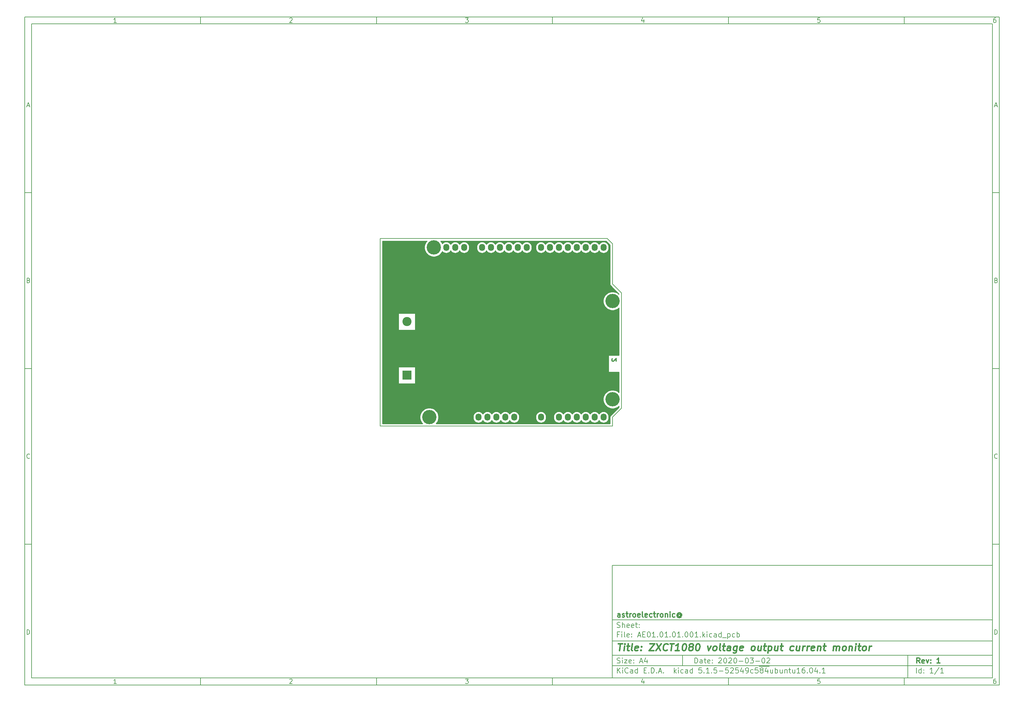
<source format=gbr>
G04 #@! TF.GenerationSoftware,KiCad,Pcbnew,5.1.5-52549c5~84~ubuntu16.04.1*
G04 #@! TF.CreationDate,2020-03-02T18:44:08+01:00*
G04 #@! TF.ProjectId,AE01.01.01.001,41453031-2e30-4312-9e30-312e3030312e,1*
G04 #@! TF.SameCoordinates,Original*
G04 #@! TF.FileFunction,Copper,L2,Bot*
G04 #@! TF.FilePolarity,Positive*
%FSLAX46Y46*%
G04 Gerber Fmt 4.6, Leading zero omitted, Abs format (unit mm)*
G04 Created by KiCad (PCBNEW 5.1.5-52549c5~84~ubuntu16.04.1) date 2020-03-02 18:44:08*
%MOMM*%
%LPD*%
G04 APERTURE LIST*
%ADD10C,0.100000*%
%ADD11C,0.150000*%
%ADD12C,0.300000*%
%ADD13C,0.400000*%
%ADD14O,1.727200X2.032000*%
%ADD15C,4.064000*%
%ADD16R,2.600000X2.600000*%
%ADD17C,2.600000*%
%ADD18C,0.600000*%
%ADD19C,0.254000*%
G04 APERTURE END LIST*
D10*
D11*
X177002200Y-166007200D02*
X177002200Y-198007200D01*
X285002200Y-198007200D01*
X285002200Y-166007200D01*
X177002200Y-166007200D01*
D10*
D11*
X10000000Y-10000000D02*
X10000000Y-200007200D01*
X287002200Y-200007200D01*
X287002200Y-10000000D01*
X10000000Y-10000000D01*
D10*
D11*
X12000000Y-12000000D02*
X12000000Y-198007200D01*
X285002200Y-198007200D01*
X285002200Y-12000000D01*
X12000000Y-12000000D01*
D10*
D11*
X60000000Y-12000000D02*
X60000000Y-10000000D01*
D10*
D11*
X110000000Y-12000000D02*
X110000000Y-10000000D01*
D10*
D11*
X160000000Y-12000000D02*
X160000000Y-10000000D01*
D10*
D11*
X210000000Y-12000000D02*
X210000000Y-10000000D01*
D10*
D11*
X260000000Y-12000000D02*
X260000000Y-10000000D01*
D10*
D11*
X36065476Y-11588095D02*
X35322619Y-11588095D01*
X35694047Y-11588095D02*
X35694047Y-10288095D01*
X35570238Y-10473809D01*
X35446428Y-10597619D01*
X35322619Y-10659523D01*
D10*
D11*
X85322619Y-10411904D02*
X85384523Y-10350000D01*
X85508333Y-10288095D01*
X85817857Y-10288095D01*
X85941666Y-10350000D01*
X86003571Y-10411904D01*
X86065476Y-10535714D01*
X86065476Y-10659523D01*
X86003571Y-10845238D01*
X85260714Y-11588095D01*
X86065476Y-11588095D01*
D10*
D11*
X135260714Y-10288095D02*
X136065476Y-10288095D01*
X135632142Y-10783333D01*
X135817857Y-10783333D01*
X135941666Y-10845238D01*
X136003571Y-10907142D01*
X136065476Y-11030952D01*
X136065476Y-11340476D01*
X136003571Y-11464285D01*
X135941666Y-11526190D01*
X135817857Y-11588095D01*
X135446428Y-11588095D01*
X135322619Y-11526190D01*
X135260714Y-11464285D01*
D10*
D11*
X185941666Y-10721428D02*
X185941666Y-11588095D01*
X185632142Y-10226190D02*
X185322619Y-11154761D01*
X186127380Y-11154761D01*
D10*
D11*
X236003571Y-10288095D02*
X235384523Y-10288095D01*
X235322619Y-10907142D01*
X235384523Y-10845238D01*
X235508333Y-10783333D01*
X235817857Y-10783333D01*
X235941666Y-10845238D01*
X236003571Y-10907142D01*
X236065476Y-11030952D01*
X236065476Y-11340476D01*
X236003571Y-11464285D01*
X235941666Y-11526190D01*
X235817857Y-11588095D01*
X235508333Y-11588095D01*
X235384523Y-11526190D01*
X235322619Y-11464285D01*
D10*
D11*
X285941666Y-10288095D02*
X285694047Y-10288095D01*
X285570238Y-10350000D01*
X285508333Y-10411904D01*
X285384523Y-10597619D01*
X285322619Y-10845238D01*
X285322619Y-11340476D01*
X285384523Y-11464285D01*
X285446428Y-11526190D01*
X285570238Y-11588095D01*
X285817857Y-11588095D01*
X285941666Y-11526190D01*
X286003571Y-11464285D01*
X286065476Y-11340476D01*
X286065476Y-11030952D01*
X286003571Y-10907142D01*
X285941666Y-10845238D01*
X285817857Y-10783333D01*
X285570238Y-10783333D01*
X285446428Y-10845238D01*
X285384523Y-10907142D01*
X285322619Y-11030952D01*
D10*
D11*
X60000000Y-198007200D02*
X60000000Y-200007200D01*
D10*
D11*
X110000000Y-198007200D02*
X110000000Y-200007200D01*
D10*
D11*
X160000000Y-198007200D02*
X160000000Y-200007200D01*
D10*
D11*
X210000000Y-198007200D02*
X210000000Y-200007200D01*
D10*
D11*
X260000000Y-198007200D02*
X260000000Y-200007200D01*
D10*
D11*
X36065476Y-199595295D02*
X35322619Y-199595295D01*
X35694047Y-199595295D02*
X35694047Y-198295295D01*
X35570238Y-198481009D01*
X35446428Y-198604819D01*
X35322619Y-198666723D01*
D10*
D11*
X85322619Y-198419104D02*
X85384523Y-198357200D01*
X85508333Y-198295295D01*
X85817857Y-198295295D01*
X85941666Y-198357200D01*
X86003571Y-198419104D01*
X86065476Y-198542914D01*
X86065476Y-198666723D01*
X86003571Y-198852438D01*
X85260714Y-199595295D01*
X86065476Y-199595295D01*
D10*
D11*
X135260714Y-198295295D02*
X136065476Y-198295295D01*
X135632142Y-198790533D01*
X135817857Y-198790533D01*
X135941666Y-198852438D01*
X136003571Y-198914342D01*
X136065476Y-199038152D01*
X136065476Y-199347676D01*
X136003571Y-199471485D01*
X135941666Y-199533390D01*
X135817857Y-199595295D01*
X135446428Y-199595295D01*
X135322619Y-199533390D01*
X135260714Y-199471485D01*
D10*
D11*
X185941666Y-198728628D02*
X185941666Y-199595295D01*
X185632142Y-198233390D02*
X185322619Y-199161961D01*
X186127380Y-199161961D01*
D10*
D11*
X236003571Y-198295295D02*
X235384523Y-198295295D01*
X235322619Y-198914342D01*
X235384523Y-198852438D01*
X235508333Y-198790533D01*
X235817857Y-198790533D01*
X235941666Y-198852438D01*
X236003571Y-198914342D01*
X236065476Y-199038152D01*
X236065476Y-199347676D01*
X236003571Y-199471485D01*
X235941666Y-199533390D01*
X235817857Y-199595295D01*
X235508333Y-199595295D01*
X235384523Y-199533390D01*
X235322619Y-199471485D01*
D10*
D11*
X285941666Y-198295295D02*
X285694047Y-198295295D01*
X285570238Y-198357200D01*
X285508333Y-198419104D01*
X285384523Y-198604819D01*
X285322619Y-198852438D01*
X285322619Y-199347676D01*
X285384523Y-199471485D01*
X285446428Y-199533390D01*
X285570238Y-199595295D01*
X285817857Y-199595295D01*
X285941666Y-199533390D01*
X286003571Y-199471485D01*
X286065476Y-199347676D01*
X286065476Y-199038152D01*
X286003571Y-198914342D01*
X285941666Y-198852438D01*
X285817857Y-198790533D01*
X285570238Y-198790533D01*
X285446428Y-198852438D01*
X285384523Y-198914342D01*
X285322619Y-199038152D01*
D10*
D11*
X10000000Y-60000000D02*
X12000000Y-60000000D01*
D10*
D11*
X10000000Y-110000000D02*
X12000000Y-110000000D01*
D10*
D11*
X10000000Y-160000000D02*
X12000000Y-160000000D01*
D10*
D11*
X10690476Y-35216666D02*
X11309523Y-35216666D01*
X10566666Y-35588095D02*
X11000000Y-34288095D01*
X11433333Y-35588095D01*
D10*
D11*
X11092857Y-84907142D02*
X11278571Y-84969047D01*
X11340476Y-85030952D01*
X11402380Y-85154761D01*
X11402380Y-85340476D01*
X11340476Y-85464285D01*
X11278571Y-85526190D01*
X11154761Y-85588095D01*
X10659523Y-85588095D01*
X10659523Y-84288095D01*
X11092857Y-84288095D01*
X11216666Y-84350000D01*
X11278571Y-84411904D01*
X11340476Y-84535714D01*
X11340476Y-84659523D01*
X11278571Y-84783333D01*
X11216666Y-84845238D01*
X11092857Y-84907142D01*
X10659523Y-84907142D01*
D10*
D11*
X11402380Y-135464285D02*
X11340476Y-135526190D01*
X11154761Y-135588095D01*
X11030952Y-135588095D01*
X10845238Y-135526190D01*
X10721428Y-135402380D01*
X10659523Y-135278571D01*
X10597619Y-135030952D01*
X10597619Y-134845238D01*
X10659523Y-134597619D01*
X10721428Y-134473809D01*
X10845238Y-134350000D01*
X11030952Y-134288095D01*
X11154761Y-134288095D01*
X11340476Y-134350000D01*
X11402380Y-134411904D01*
D10*
D11*
X10659523Y-185588095D02*
X10659523Y-184288095D01*
X10969047Y-184288095D01*
X11154761Y-184350000D01*
X11278571Y-184473809D01*
X11340476Y-184597619D01*
X11402380Y-184845238D01*
X11402380Y-185030952D01*
X11340476Y-185278571D01*
X11278571Y-185402380D01*
X11154761Y-185526190D01*
X10969047Y-185588095D01*
X10659523Y-185588095D01*
D10*
D11*
X287002200Y-60000000D02*
X285002200Y-60000000D01*
D10*
D11*
X287002200Y-110000000D02*
X285002200Y-110000000D01*
D10*
D11*
X287002200Y-160000000D02*
X285002200Y-160000000D01*
D10*
D11*
X285692676Y-35216666D02*
X286311723Y-35216666D01*
X285568866Y-35588095D02*
X286002200Y-34288095D01*
X286435533Y-35588095D01*
D10*
D11*
X286095057Y-84907142D02*
X286280771Y-84969047D01*
X286342676Y-85030952D01*
X286404580Y-85154761D01*
X286404580Y-85340476D01*
X286342676Y-85464285D01*
X286280771Y-85526190D01*
X286156961Y-85588095D01*
X285661723Y-85588095D01*
X285661723Y-84288095D01*
X286095057Y-84288095D01*
X286218866Y-84350000D01*
X286280771Y-84411904D01*
X286342676Y-84535714D01*
X286342676Y-84659523D01*
X286280771Y-84783333D01*
X286218866Y-84845238D01*
X286095057Y-84907142D01*
X285661723Y-84907142D01*
D10*
D11*
X286404580Y-135464285D02*
X286342676Y-135526190D01*
X286156961Y-135588095D01*
X286033152Y-135588095D01*
X285847438Y-135526190D01*
X285723628Y-135402380D01*
X285661723Y-135278571D01*
X285599819Y-135030952D01*
X285599819Y-134845238D01*
X285661723Y-134597619D01*
X285723628Y-134473809D01*
X285847438Y-134350000D01*
X286033152Y-134288095D01*
X286156961Y-134288095D01*
X286342676Y-134350000D01*
X286404580Y-134411904D01*
D10*
D11*
X285661723Y-185588095D02*
X285661723Y-184288095D01*
X285971247Y-184288095D01*
X286156961Y-184350000D01*
X286280771Y-184473809D01*
X286342676Y-184597619D01*
X286404580Y-184845238D01*
X286404580Y-185030952D01*
X286342676Y-185278571D01*
X286280771Y-185402380D01*
X286156961Y-185526190D01*
X285971247Y-185588095D01*
X285661723Y-185588095D01*
D10*
D11*
X200434342Y-193785771D02*
X200434342Y-192285771D01*
X200791485Y-192285771D01*
X201005771Y-192357200D01*
X201148628Y-192500057D01*
X201220057Y-192642914D01*
X201291485Y-192928628D01*
X201291485Y-193142914D01*
X201220057Y-193428628D01*
X201148628Y-193571485D01*
X201005771Y-193714342D01*
X200791485Y-193785771D01*
X200434342Y-193785771D01*
X202577200Y-193785771D02*
X202577200Y-193000057D01*
X202505771Y-192857200D01*
X202362914Y-192785771D01*
X202077200Y-192785771D01*
X201934342Y-192857200D01*
X202577200Y-193714342D02*
X202434342Y-193785771D01*
X202077200Y-193785771D01*
X201934342Y-193714342D01*
X201862914Y-193571485D01*
X201862914Y-193428628D01*
X201934342Y-193285771D01*
X202077200Y-193214342D01*
X202434342Y-193214342D01*
X202577200Y-193142914D01*
X203077200Y-192785771D02*
X203648628Y-192785771D01*
X203291485Y-192285771D02*
X203291485Y-193571485D01*
X203362914Y-193714342D01*
X203505771Y-193785771D01*
X203648628Y-193785771D01*
X204720057Y-193714342D02*
X204577200Y-193785771D01*
X204291485Y-193785771D01*
X204148628Y-193714342D01*
X204077200Y-193571485D01*
X204077200Y-193000057D01*
X204148628Y-192857200D01*
X204291485Y-192785771D01*
X204577200Y-192785771D01*
X204720057Y-192857200D01*
X204791485Y-193000057D01*
X204791485Y-193142914D01*
X204077200Y-193285771D01*
X205434342Y-193642914D02*
X205505771Y-193714342D01*
X205434342Y-193785771D01*
X205362914Y-193714342D01*
X205434342Y-193642914D01*
X205434342Y-193785771D01*
X205434342Y-192857200D02*
X205505771Y-192928628D01*
X205434342Y-193000057D01*
X205362914Y-192928628D01*
X205434342Y-192857200D01*
X205434342Y-193000057D01*
X207220057Y-192428628D02*
X207291485Y-192357200D01*
X207434342Y-192285771D01*
X207791485Y-192285771D01*
X207934342Y-192357200D01*
X208005771Y-192428628D01*
X208077200Y-192571485D01*
X208077200Y-192714342D01*
X208005771Y-192928628D01*
X207148628Y-193785771D01*
X208077200Y-193785771D01*
X209005771Y-192285771D02*
X209148628Y-192285771D01*
X209291485Y-192357200D01*
X209362914Y-192428628D01*
X209434342Y-192571485D01*
X209505771Y-192857200D01*
X209505771Y-193214342D01*
X209434342Y-193500057D01*
X209362914Y-193642914D01*
X209291485Y-193714342D01*
X209148628Y-193785771D01*
X209005771Y-193785771D01*
X208862914Y-193714342D01*
X208791485Y-193642914D01*
X208720057Y-193500057D01*
X208648628Y-193214342D01*
X208648628Y-192857200D01*
X208720057Y-192571485D01*
X208791485Y-192428628D01*
X208862914Y-192357200D01*
X209005771Y-192285771D01*
X210077200Y-192428628D02*
X210148628Y-192357200D01*
X210291485Y-192285771D01*
X210648628Y-192285771D01*
X210791485Y-192357200D01*
X210862914Y-192428628D01*
X210934342Y-192571485D01*
X210934342Y-192714342D01*
X210862914Y-192928628D01*
X210005771Y-193785771D01*
X210934342Y-193785771D01*
X211862914Y-192285771D02*
X212005771Y-192285771D01*
X212148628Y-192357200D01*
X212220057Y-192428628D01*
X212291485Y-192571485D01*
X212362914Y-192857200D01*
X212362914Y-193214342D01*
X212291485Y-193500057D01*
X212220057Y-193642914D01*
X212148628Y-193714342D01*
X212005771Y-193785771D01*
X211862914Y-193785771D01*
X211720057Y-193714342D01*
X211648628Y-193642914D01*
X211577200Y-193500057D01*
X211505771Y-193214342D01*
X211505771Y-192857200D01*
X211577200Y-192571485D01*
X211648628Y-192428628D01*
X211720057Y-192357200D01*
X211862914Y-192285771D01*
X213005771Y-193214342D02*
X214148628Y-193214342D01*
X215148628Y-192285771D02*
X215291485Y-192285771D01*
X215434342Y-192357200D01*
X215505771Y-192428628D01*
X215577200Y-192571485D01*
X215648628Y-192857200D01*
X215648628Y-193214342D01*
X215577200Y-193500057D01*
X215505771Y-193642914D01*
X215434342Y-193714342D01*
X215291485Y-193785771D01*
X215148628Y-193785771D01*
X215005771Y-193714342D01*
X214934342Y-193642914D01*
X214862914Y-193500057D01*
X214791485Y-193214342D01*
X214791485Y-192857200D01*
X214862914Y-192571485D01*
X214934342Y-192428628D01*
X215005771Y-192357200D01*
X215148628Y-192285771D01*
X216148628Y-192285771D02*
X217077200Y-192285771D01*
X216577200Y-192857200D01*
X216791485Y-192857200D01*
X216934342Y-192928628D01*
X217005771Y-193000057D01*
X217077200Y-193142914D01*
X217077200Y-193500057D01*
X217005771Y-193642914D01*
X216934342Y-193714342D01*
X216791485Y-193785771D01*
X216362914Y-193785771D01*
X216220057Y-193714342D01*
X216148628Y-193642914D01*
X217720057Y-193214342D02*
X218862914Y-193214342D01*
X219862914Y-192285771D02*
X220005771Y-192285771D01*
X220148628Y-192357200D01*
X220220057Y-192428628D01*
X220291485Y-192571485D01*
X220362914Y-192857200D01*
X220362914Y-193214342D01*
X220291485Y-193500057D01*
X220220057Y-193642914D01*
X220148628Y-193714342D01*
X220005771Y-193785771D01*
X219862914Y-193785771D01*
X219720057Y-193714342D01*
X219648628Y-193642914D01*
X219577200Y-193500057D01*
X219505771Y-193214342D01*
X219505771Y-192857200D01*
X219577200Y-192571485D01*
X219648628Y-192428628D01*
X219720057Y-192357200D01*
X219862914Y-192285771D01*
X220934342Y-192428628D02*
X221005771Y-192357200D01*
X221148628Y-192285771D01*
X221505771Y-192285771D01*
X221648628Y-192357200D01*
X221720057Y-192428628D01*
X221791485Y-192571485D01*
X221791485Y-192714342D01*
X221720057Y-192928628D01*
X220862914Y-193785771D01*
X221791485Y-193785771D01*
D10*
D11*
X177002200Y-194507200D02*
X285002200Y-194507200D01*
D10*
D11*
X178434342Y-196585771D02*
X178434342Y-195085771D01*
X179291485Y-196585771D02*
X178648628Y-195728628D01*
X179291485Y-195085771D02*
X178434342Y-195942914D01*
X179934342Y-196585771D02*
X179934342Y-195585771D01*
X179934342Y-195085771D02*
X179862914Y-195157200D01*
X179934342Y-195228628D01*
X180005771Y-195157200D01*
X179934342Y-195085771D01*
X179934342Y-195228628D01*
X181505771Y-196442914D02*
X181434342Y-196514342D01*
X181220057Y-196585771D01*
X181077200Y-196585771D01*
X180862914Y-196514342D01*
X180720057Y-196371485D01*
X180648628Y-196228628D01*
X180577200Y-195942914D01*
X180577200Y-195728628D01*
X180648628Y-195442914D01*
X180720057Y-195300057D01*
X180862914Y-195157200D01*
X181077200Y-195085771D01*
X181220057Y-195085771D01*
X181434342Y-195157200D01*
X181505771Y-195228628D01*
X182791485Y-196585771D02*
X182791485Y-195800057D01*
X182720057Y-195657200D01*
X182577200Y-195585771D01*
X182291485Y-195585771D01*
X182148628Y-195657200D01*
X182791485Y-196514342D02*
X182648628Y-196585771D01*
X182291485Y-196585771D01*
X182148628Y-196514342D01*
X182077200Y-196371485D01*
X182077200Y-196228628D01*
X182148628Y-196085771D01*
X182291485Y-196014342D01*
X182648628Y-196014342D01*
X182791485Y-195942914D01*
X184148628Y-196585771D02*
X184148628Y-195085771D01*
X184148628Y-196514342D02*
X184005771Y-196585771D01*
X183720057Y-196585771D01*
X183577200Y-196514342D01*
X183505771Y-196442914D01*
X183434342Y-196300057D01*
X183434342Y-195871485D01*
X183505771Y-195728628D01*
X183577200Y-195657200D01*
X183720057Y-195585771D01*
X184005771Y-195585771D01*
X184148628Y-195657200D01*
X186005771Y-195800057D02*
X186505771Y-195800057D01*
X186720057Y-196585771D02*
X186005771Y-196585771D01*
X186005771Y-195085771D01*
X186720057Y-195085771D01*
X187362914Y-196442914D02*
X187434342Y-196514342D01*
X187362914Y-196585771D01*
X187291485Y-196514342D01*
X187362914Y-196442914D01*
X187362914Y-196585771D01*
X188077200Y-196585771D02*
X188077200Y-195085771D01*
X188434342Y-195085771D01*
X188648628Y-195157200D01*
X188791485Y-195300057D01*
X188862914Y-195442914D01*
X188934342Y-195728628D01*
X188934342Y-195942914D01*
X188862914Y-196228628D01*
X188791485Y-196371485D01*
X188648628Y-196514342D01*
X188434342Y-196585771D01*
X188077200Y-196585771D01*
X189577200Y-196442914D02*
X189648628Y-196514342D01*
X189577200Y-196585771D01*
X189505771Y-196514342D01*
X189577200Y-196442914D01*
X189577200Y-196585771D01*
X190220057Y-196157200D02*
X190934342Y-196157200D01*
X190077200Y-196585771D02*
X190577200Y-195085771D01*
X191077200Y-196585771D01*
X191577200Y-196442914D02*
X191648628Y-196514342D01*
X191577200Y-196585771D01*
X191505771Y-196514342D01*
X191577200Y-196442914D01*
X191577200Y-196585771D01*
X194577200Y-196585771D02*
X194577200Y-195085771D01*
X194720057Y-196014342D02*
X195148628Y-196585771D01*
X195148628Y-195585771D02*
X194577200Y-196157200D01*
X195791485Y-196585771D02*
X195791485Y-195585771D01*
X195791485Y-195085771D02*
X195720057Y-195157200D01*
X195791485Y-195228628D01*
X195862914Y-195157200D01*
X195791485Y-195085771D01*
X195791485Y-195228628D01*
X197148628Y-196514342D02*
X197005771Y-196585771D01*
X196720057Y-196585771D01*
X196577200Y-196514342D01*
X196505771Y-196442914D01*
X196434342Y-196300057D01*
X196434342Y-195871485D01*
X196505771Y-195728628D01*
X196577200Y-195657200D01*
X196720057Y-195585771D01*
X197005771Y-195585771D01*
X197148628Y-195657200D01*
X198434342Y-196585771D02*
X198434342Y-195800057D01*
X198362914Y-195657200D01*
X198220057Y-195585771D01*
X197934342Y-195585771D01*
X197791485Y-195657200D01*
X198434342Y-196514342D02*
X198291485Y-196585771D01*
X197934342Y-196585771D01*
X197791485Y-196514342D01*
X197720057Y-196371485D01*
X197720057Y-196228628D01*
X197791485Y-196085771D01*
X197934342Y-196014342D01*
X198291485Y-196014342D01*
X198434342Y-195942914D01*
X199791485Y-196585771D02*
X199791485Y-195085771D01*
X199791485Y-196514342D02*
X199648628Y-196585771D01*
X199362914Y-196585771D01*
X199220057Y-196514342D01*
X199148628Y-196442914D01*
X199077200Y-196300057D01*
X199077200Y-195871485D01*
X199148628Y-195728628D01*
X199220057Y-195657200D01*
X199362914Y-195585771D01*
X199648628Y-195585771D01*
X199791485Y-195657200D01*
X202362914Y-195085771D02*
X201648628Y-195085771D01*
X201577200Y-195800057D01*
X201648628Y-195728628D01*
X201791485Y-195657200D01*
X202148628Y-195657200D01*
X202291485Y-195728628D01*
X202362914Y-195800057D01*
X202434342Y-195942914D01*
X202434342Y-196300057D01*
X202362914Y-196442914D01*
X202291485Y-196514342D01*
X202148628Y-196585771D01*
X201791485Y-196585771D01*
X201648628Y-196514342D01*
X201577200Y-196442914D01*
X203077200Y-196442914D02*
X203148628Y-196514342D01*
X203077200Y-196585771D01*
X203005771Y-196514342D01*
X203077200Y-196442914D01*
X203077200Y-196585771D01*
X204577200Y-196585771D02*
X203720057Y-196585771D01*
X204148628Y-196585771D02*
X204148628Y-195085771D01*
X204005771Y-195300057D01*
X203862914Y-195442914D01*
X203720057Y-195514342D01*
X205220057Y-196442914D02*
X205291485Y-196514342D01*
X205220057Y-196585771D01*
X205148628Y-196514342D01*
X205220057Y-196442914D01*
X205220057Y-196585771D01*
X206648628Y-195085771D02*
X205934342Y-195085771D01*
X205862914Y-195800057D01*
X205934342Y-195728628D01*
X206077200Y-195657200D01*
X206434342Y-195657200D01*
X206577200Y-195728628D01*
X206648628Y-195800057D01*
X206720057Y-195942914D01*
X206720057Y-196300057D01*
X206648628Y-196442914D01*
X206577200Y-196514342D01*
X206434342Y-196585771D01*
X206077200Y-196585771D01*
X205934342Y-196514342D01*
X205862914Y-196442914D01*
X207362914Y-196014342D02*
X208505771Y-196014342D01*
X209934342Y-195085771D02*
X209220057Y-195085771D01*
X209148628Y-195800057D01*
X209220057Y-195728628D01*
X209362914Y-195657200D01*
X209720057Y-195657200D01*
X209862914Y-195728628D01*
X209934342Y-195800057D01*
X210005771Y-195942914D01*
X210005771Y-196300057D01*
X209934342Y-196442914D01*
X209862914Y-196514342D01*
X209720057Y-196585771D01*
X209362914Y-196585771D01*
X209220057Y-196514342D01*
X209148628Y-196442914D01*
X210577200Y-195228628D02*
X210648628Y-195157200D01*
X210791485Y-195085771D01*
X211148628Y-195085771D01*
X211291485Y-195157200D01*
X211362914Y-195228628D01*
X211434342Y-195371485D01*
X211434342Y-195514342D01*
X211362914Y-195728628D01*
X210505771Y-196585771D01*
X211434342Y-196585771D01*
X212791485Y-195085771D02*
X212077200Y-195085771D01*
X212005771Y-195800057D01*
X212077200Y-195728628D01*
X212220057Y-195657200D01*
X212577200Y-195657200D01*
X212720057Y-195728628D01*
X212791485Y-195800057D01*
X212862914Y-195942914D01*
X212862914Y-196300057D01*
X212791485Y-196442914D01*
X212720057Y-196514342D01*
X212577200Y-196585771D01*
X212220057Y-196585771D01*
X212077200Y-196514342D01*
X212005771Y-196442914D01*
X214148628Y-195585771D02*
X214148628Y-196585771D01*
X213791485Y-195014342D02*
X213434342Y-196085771D01*
X214362914Y-196085771D01*
X215005771Y-196585771D02*
X215291485Y-196585771D01*
X215434342Y-196514342D01*
X215505771Y-196442914D01*
X215648628Y-196228628D01*
X215720057Y-195942914D01*
X215720057Y-195371485D01*
X215648628Y-195228628D01*
X215577200Y-195157200D01*
X215434342Y-195085771D01*
X215148628Y-195085771D01*
X215005771Y-195157200D01*
X214934342Y-195228628D01*
X214862914Y-195371485D01*
X214862914Y-195728628D01*
X214934342Y-195871485D01*
X215005771Y-195942914D01*
X215148628Y-196014342D01*
X215434342Y-196014342D01*
X215577200Y-195942914D01*
X215648628Y-195871485D01*
X215720057Y-195728628D01*
X217005771Y-196514342D02*
X216862914Y-196585771D01*
X216577200Y-196585771D01*
X216434342Y-196514342D01*
X216362914Y-196442914D01*
X216291485Y-196300057D01*
X216291485Y-195871485D01*
X216362914Y-195728628D01*
X216434342Y-195657200D01*
X216577200Y-195585771D01*
X216862914Y-195585771D01*
X217005771Y-195657200D01*
X218362914Y-195085771D02*
X217648628Y-195085771D01*
X217577200Y-195800057D01*
X217648628Y-195728628D01*
X217791485Y-195657200D01*
X218148628Y-195657200D01*
X218291485Y-195728628D01*
X218362914Y-195800057D01*
X218434342Y-195942914D01*
X218434342Y-196300057D01*
X218362914Y-196442914D01*
X218291485Y-196514342D01*
X218148628Y-196585771D01*
X217791485Y-196585771D01*
X217648628Y-196514342D01*
X217577200Y-196442914D01*
X218720057Y-194677200D02*
X220148628Y-194677200D01*
X219291485Y-195728628D02*
X219148628Y-195657200D01*
X219077200Y-195585771D01*
X219005771Y-195442914D01*
X219005771Y-195371485D01*
X219077200Y-195228628D01*
X219148628Y-195157200D01*
X219291485Y-195085771D01*
X219577200Y-195085771D01*
X219720057Y-195157200D01*
X219791485Y-195228628D01*
X219862914Y-195371485D01*
X219862914Y-195442914D01*
X219791485Y-195585771D01*
X219720057Y-195657200D01*
X219577200Y-195728628D01*
X219291485Y-195728628D01*
X219148628Y-195800057D01*
X219077200Y-195871485D01*
X219005771Y-196014342D01*
X219005771Y-196300057D01*
X219077200Y-196442914D01*
X219148628Y-196514342D01*
X219291485Y-196585771D01*
X219577200Y-196585771D01*
X219720057Y-196514342D01*
X219791485Y-196442914D01*
X219862914Y-196300057D01*
X219862914Y-196014342D01*
X219791485Y-195871485D01*
X219720057Y-195800057D01*
X219577200Y-195728628D01*
X220148628Y-194677200D02*
X221577199Y-194677200D01*
X221148628Y-195585771D02*
X221148628Y-196585771D01*
X220791485Y-195014342D02*
X220434342Y-196085771D01*
X221362914Y-196085771D01*
X222577199Y-195585771D02*
X222577199Y-196585771D01*
X221934342Y-195585771D02*
X221934342Y-196371485D01*
X222005771Y-196514342D01*
X222148628Y-196585771D01*
X222362914Y-196585771D01*
X222505771Y-196514342D01*
X222577199Y-196442914D01*
X223291485Y-196585771D02*
X223291485Y-195085771D01*
X223291485Y-195657200D02*
X223434342Y-195585771D01*
X223720057Y-195585771D01*
X223862914Y-195657200D01*
X223934342Y-195728628D01*
X224005771Y-195871485D01*
X224005771Y-196300057D01*
X223934342Y-196442914D01*
X223862914Y-196514342D01*
X223720057Y-196585771D01*
X223434342Y-196585771D01*
X223291485Y-196514342D01*
X225291485Y-195585771D02*
X225291485Y-196585771D01*
X224648628Y-195585771D02*
X224648628Y-196371485D01*
X224720057Y-196514342D01*
X224862914Y-196585771D01*
X225077199Y-196585771D01*
X225220057Y-196514342D01*
X225291485Y-196442914D01*
X226005771Y-195585771D02*
X226005771Y-196585771D01*
X226005771Y-195728628D02*
X226077199Y-195657200D01*
X226220057Y-195585771D01*
X226434342Y-195585771D01*
X226577199Y-195657200D01*
X226648628Y-195800057D01*
X226648628Y-196585771D01*
X227148628Y-195585771D02*
X227720057Y-195585771D01*
X227362914Y-195085771D02*
X227362914Y-196371485D01*
X227434342Y-196514342D01*
X227577200Y-196585771D01*
X227720057Y-196585771D01*
X228862914Y-195585771D02*
X228862914Y-196585771D01*
X228220057Y-195585771D02*
X228220057Y-196371485D01*
X228291485Y-196514342D01*
X228434342Y-196585771D01*
X228648628Y-196585771D01*
X228791485Y-196514342D01*
X228862914Y-196442914D01*
X230362914Y-196585771D02*
X229505771Y-196585771D01*
X229934342Y-196585771D02*
X229934342Y-195085771D01*
X229791485Y-195300057D01*
X229648628Y-195442914D01*
X229505771Y-195514342D01*
X231648628Y-195085771D02*
X231362914Y-195085771D01*
X231220057Y-195157200D01*
X231148628Y-195228628D01*
X231005771Y-195442914D01*
X230934342Y-195728628D01*
X230934342Y-196300057D01*
X231005771Y-196442914D01*
X231077199Y-196514342D01*
X231220057Y-196585771D01*
X231505771Y-196585771D01*
X231648628Y-196514342D01*
X231720057Y-196442914D01*
X231791485Y-196300057D01*
X231791485Y-195942914D01*
X231720057Y-195800057D01*
X231648628Y-195728628D01*
X231505771Y-195657200D01*
X231220057Y-195657200D01*
X231077199Y-195728628D01*
X231005771Y-195800057D01*
X230934342Y-195942914D01*
X232434342Y-196442914D02*
X232505771Y-196514342D01*
X232434342Y-196585771D01*
X232362914Y-196514342D01*
X232434342Y-196442914D01*
X232434342Y-196585771D01*
X233434342Y-195085771D02*
X233577199Y-195085771D01*
X233720057Y-195157200D01*
X233791485Y-195228628D01*
X233862914Y-195371485D01*
X233934342Y-195657200D01*
X233934342Y-196014342D01*
X233862914Y-196300057D01*
X233791485Y-196442914D01*
X233720057Y-196514342D01*
X233577199Y-196585771D01*
X233434342Y-196585771D01*
X233291485Y-196514342D01*
X233220057Y-196442914D01*
X233148628Y-196300057D01*
X233077199Y-196014342D01*
X233077199Y-195657200D01*
X233148628Y-195371485D01*
X233220057Y-195228628D01*
X233291485Y-195157200D01*
X233434342Y-195085771D01*
X235220057Y-195585771D02*
X235220057Y-196585771D01*
X234862914Y-195014342D02*
X234505771Y-196085771D01*
X235434342Y-196085771D01*
X236005771Y-196442914D02*
X236077199Y-196514342D01*
X236005771Y-196585771D01*
X235934342Y-196514342D01*
X236005771Y-196442914D01*
X236005771Y-196585771D01*
X237505771Y-196585771D02*
X236648628Y-196585771D01*
X237077199Y-196585771D02*
X237077199Y-195085771D01*
X236934342Y-195300057D01*
X236791485Y-195442914D01*
X236648628Y-195514342D01*
D10*
D11*
X177002200Y-191507200D02*
X285002200Y-191507200D01*
D10*
D12*
X264411485Y-193785771D02*
X263911485Y-193071485D01*
X263554342Y-193785771D02*
X263554342Y-192285771D01*
X264125771Y-192285771D01*
X264268628Y-192357200D01*
X264340057Y-192428628D01*
X264411485Y-192571485D01*
X264411485Y-192785771D01*
X264340057Y-192928628D01*
X264268628Y-193000057D01*
X264125771Y-193071485D01*
X263554342Y-193071485D01*
X265625771Y-193714342D02*
X265482914Y-193785771D01*
X265197200Y-193785771D01*
X265054342Y-193714342D01*
X264982914Y-193571485D01*
X264982914Y-193000057D01*
X265054342Y-192857200D01*
X265197200Y-192785771D01*
X265482914Y-192785771D01*
X265625771Y-192857200D01*
X265697200Y-193000057D01*
X265697200Y-193142914D01*
X264982914Y-193285771D01*
X266197200Y-192785771D02*
X266554342Y-193785771D01*
X266911485Y-192785771D01*
X267482914Y-193642914D02*
X267554342Y-193714342D01*
X267482914Y-193785771D01*
X267411485Y-193714342D01*
X267482914Y-193642914D01*
X267482914Y-193785771D01*
X267482914Y-192857200D02*
X267554342Y-192928628D01*
X267482914Y-193000057D01*
X267411485Y-192928628D01*
X267482914Y-192857200D01*
X267482914Y-193000057D01*
X270125771Y-193785771D02*
X269268628Y-193785771D01*
X269697200Y-193785771D02*
X269697200Y-192285771D01*
X269554342Y-192500057D01*
X269411485Y-192642914D01*
X269268628Y-192714342D01*
D10*
D11*
X178362914Y-193714342D02*
X178577200Y-193785771D01*
X178934342Y-193785771D01*
X179077200Y-193714342D01*
X179148628Y-193642914D01*
X179220057Y-193500057D01*
X179220057Y-193357200D01*
X179148628Y-193214342D01*
X179077200Y-193142914D01*
X178934342Y-193071485D01*
X178648628Y-193000057D01*
X178505771Y-192928628D01*
X178434342Y-192857200D01*
X178362914Y-192714342D01*
X178362914Y-192571485D01*
X178434342Y-192428628D01*
X178505771Y-192357200D01*
X178648628Y-192285771D01*
X179005771Y-192285771D01*
X179220057Y-192357200D01*
X179862914Y-193785771D02*
X179862914Y-192785771D01*
X179862914Y-192285771D02*
X179791485Y-192357200D01*
X179862914Y-192428628D01*
X179934342Y-192357200D01*
X179862914Y-192285771D01*
X179862914Y-192428628D01*
X180434342Y-192785771D02*
X181220057Y-192785771D01*
X180434342Y-193785771D01*
X181220057Y-193785771D01*
X182362914Y-193714342D02*
X182220057Y-193785771D01*
X181934342Y-193785771D01*
X181791485Y-193714342D01*
X181720057Y-193571485D01*
X181720057Y-193000057D01*
X181791485Y-192857200D01*
X181934342Y-192785771D01*
X182220057Y-192785771D01*
X182362914Y-192857200D01*
X182434342Y-193000057D01*
X182434342Y-193142914D01*
X181720057Y-193285771D01*
X183077200Y-193642914D02*
X183148628Y-193714342D01*
X183077200Y-193785771D01*
X183005771Y-193714342D01*
X183077200Y-193642914D01*
X183077200Y-193785771D01*
X183077200Y-192857200D02*
X183148628Y-192928628D01*
X183077200Y-193000057D01*
X183005771Y-192928628D01*
X183077200Y-192857200D01*
X183077200Y-193000057D01*
X184862914Y-193357200D02*
X185577200Y-193357200D01*
X184720057Y-193785771D02*
X185220057Y-192285771D01*
X185720057Y-193785771D01*
X186862914Y-192785771D02*
X186862914Y-193785771D01*
X186505771Y-192214342D02*
X186148628Y-193285771D01*
X187077200Y-193285771D01*
D10*
D11*
X263434342Y-196585771D02*
X263434342Y-195085771D01*
X264791485Y-196585771D02*
X264791485Y-195085771D01*
X264791485Y-196514342D02*
X264648628Y-196585771D01*
X264362914Y-196585771D01*
X264220057Y-196514342D01*
X264148628Y-196442914D01*
X264077200Y-196300057D01*
X264077200Y-195871485D01*
X264148628Y-195728628D01*
X264220057Y-195657200D01*
X264362914Y-195585771D01*
X264648628Y-195585771D01*
X264791485Y-195657200D01*
X265505771Y-196442914D02*
X265577200Y-196514342D01*
X265505771Y-196585771D01*
X265434342Y-196514342D01*
X265505771Y-196442914D01*
X265505771Y-196585771D01*
X265505771Y-195657200D02*
X265577200Y-195728628D01*
X265505771Y-195800057D01*
X265434342Y-195728628D01*
X265505771Y-195657200D01*
X265505771Y-195800057D01*
X268148628Y-196585771D02*
X267291485Y-196585771D01*
X267720057Y-196585771D02*
X267720057Y-195085771D01*
X267577200Y-195300057D01*
X267434342Y-195442914D01*
X267291485Y-195514342D01*
X269862914Y-195014342D02*
X268577200Y-196942914D01*
X271148628Y-196585771D02*
X270291485Y-196585771D01*
X270720057Y-196585771D02*
X270720057Y-195085771D01*
X270577200Y-195300057D01*
X270434342Y-195442914D01*
X270291485Y-195514342D01*
D10*
D11*
X177002200Y-187507200D02*
X285002200Y-187507200D01*
D10*
D13*
X178714580Y-188211961D02*
X179857438Y-188211961D01*
X179036009Y-190211961D02*
X179286009Y-188211961D01*
X180274104Y-190211961D02*
X180440771Y-188878628D01*
X180524104Y-188211961D02*
X180416961Y-188307200D01*
X180500295Y-188402438D01*
X180607438Y-188307200D01*
X180524104Y-188211961D01*
X180500295Y-188402438D01*
X181107438Y-188878628D02*
X181869342Y-188878628D01*
X181476485Y-188211961D02*
X181262200Y-189926247D01*
X181333628Y-190116723D01*
X181512200Y-190211961D01*
X181702676Y-190211961D01*
X182655057Y-190211961D02*
X182476485Y-190116723D01*
X182405057Y-189926247D01*
X182619342Y-188211961D01*
X184190771Y-190116723D02*
X183988390Y-190211961D01*
X183607438Y-190211961D01*
X183428866Y-190116723D01*
X183357438Y-189926247D01*
X183452676Y-189164342D01*
X183571723Y-188973866D01*
X183774104Y-188878628D01*
X184155057Y-188878628D01*
X184333628Y-188973866D01*
X184405057Y-189164342D01*
X184381247Y-189354819D01*
X183405057Y-189545295D01*
X185155057Y-190021485D02*
X185238390Y-190116723D01*
X185131247Y-190211961D01*
X185047914Y-190116723D01*
X185155057Y-190021485D01*
X185131247Y-190211961D01*
X185286009Y-188973866D02*
X185369342Y-189069104D01*
X185262200Y-189164342D01*
X185178866Y-189069104D01*
X185286009Y-188973866D01*
X185262200Y-189164342D01*
X187666961Y-188211961D02*
X189000295Y-188211961D01*
X187416961Y-190211961D01*
X188750295Y-190211961D01*
X189571723Y-188211961D02*
X190655057Y-190211961D01*
X190905057Y-188211961D02*
X189321723Y-190211961D01*
X192583628Y-190021485D02*
X192476485Y-190116723D01*
X192178866Y-190211961D01*
X191988390Y-190211961D01*
X191714580Y-190116723D01*
X191547914Y-189926247D01*
X191476485Y-189735771D01*
X191428866Y-189354819D01*
X191464580Y-189069104D01*
X191607438Y-188688152D01*
X191726485Y-188497676D01*
X191940771Y-188307200D01*
X192238390Y-188211961D01*
X192428866Y-188211961D01*
X192702676Y-188307200D01*
X192786009Y-188402438D01*
X193381247Y-188211961D02*
X194524104Y-188211961D01*
X193702676Y-190211961D02*
X193952676Y-188211961D01*
X195988390Y-190211961D02*
X194845533Y-190211961D01*
X195416961Y-190211961D02*
X195666961Y-188211961D01*
X195440771Y-188497676D01*
X195226485Y-188688152D01*
X195024104Y-188783390D01*
X197476485Y-188211961D02*
X197666961Y-188211961D01*
X197845533Y-188307200D01*
X197928866Y-188402438D01*
X198000295Y-188592914D01*
X198047914Y-188973866D01*
X197988390Y-189450057D01*
X197845533Y-189831009D01*
X197726485Y-190021485D01*
X197619342Y-190116723D01*
X197416961Y-190211961D01*
X197226485Y-190211961D01*
X197047914Y-190116723D01*
X196964580Y-190021485D01*
X196893152Y-189831009D01*
X196845533Y-189450057D01*
X196905057Y-188973866D01*
X197047914Y-188592914D01*
X197166961Y-188402438D01*
X197274104Y-188307200D01*
X197476485Y-188211961D01*
X199178866Y-189069104D02*
X199000295Y-188973866D01*
X198916961Y-188878628D01*
X198845533Y-188688152D01*
X198857438Y-188592914D01*
X198976485Y-188402438D01*
X199083628Y-188307200D01*
X199286009Y-188211961D01*
X199666961Y-188211961D01*
X199845533Y-188307200D01*
X199928866Y-188402438D01*
X200000295Y-188592914D01*
X199988390Y-188688152D01*
X199869342Y-188878628D01*
X199762200Y-188973866D01*
X199559819Y-189069104D01*
X199178866Y-189069104D01*
X198976485Y-189164342D01*
X198869342Y-189259580D01*
X198750295Y-189450057D01*
X198702676Y-189831009D01*
X198774104Y-190021485D01*
X198857438Y-190116723D01*
X199036009Y-190211961D01*
X199416961Y-190211961D01*
X199619342Y-190116723D01*
X199726485Y-190021485D01*
X199845533Y-189831009D01*
X199893152Y-189450057D01*
X199821723Y-189259580D01*
X199738390Y-189164342D01*
X199559819Y-189069104D01*
X201286009Y-188211961D02*
X201476485Y-188211961D01*
X201655057Y-188307200D01*
X201738390Y-188402438D01*
X201809819Y-188592914D01*
X201857438Y-188973866D01*
X201797914Y-189450057D01*
X201655057Y-189831009D01*
X201536009Y-190021485D01*
X201428866Y-190116723D01*
X201226485Y-190211961D01*
X201036009Y-190211961D01*
X200857438Y-190116723D01*
X200774104Y-190021485D01*
X200702676Y-189831009D01*
X200655057Y-189450057D01*
X200714580Y-188973866D01*
X200857438Y-188592914D01*
X200976485Y-188402438D01*
X201083628Y-188307200D01*
X201286009Y-188211961D01*
X204059819Y-188878628D02*
X204369342Y-190211961D01*
X205012200Y-188878628D01*
X205893152Y-190211961D02*
X205714580Y-190116723D01*
X205631247Y-190021485D01*
X205559819Y-189831009D01*
X205631247Y-189259580D01*
X205750295Y-189069104D01*
X205857438Y-188973866D01*
X206059819Y-188878628D01*
X206345533Y-188878628D01*
X206524104Y-188973866D01*
X206607438Y-189069104D01*
X206678866Y-189259580D01*
X206607438Y-189831009D01*
X206488390Y-190021485D01*
X206381247Y-190116723D01*
X206178866Y-190211961D01*
X205893152Y-190211961D01*
X207702676Y-190211961D02*
X207524104Y-190116723D01*
X207452676Y-189926247D01*
X207666961Y-188211961D01*
X208345533Y-188878628D02*
X209107438Y-188878628D01*
X208714580Y-188211961D02*
X208500295Y-189926247D01*
X208571723Y-190116723D01*
X208750295Y-190211961D01*
X208940771Y-190211961D01*
X210464580Y-190211961D02*
X210595533Y-189164342D01*
X210524104Y-188973866D01*
X210345533Y-188878628D01*
X209964580Y-188878628D01*
X209762200Y-188973866D01*
X210476485Y-190116723D02*
X210274104Y-190211961D01*
X209797914Y-190211961D01*
X209619342Y-190116723D01*
X209547914Y-189926247D01*
X209571723Y-189735771D01*
X209690771Y-189545295D01*
X209893152Y-189450057D01*
X210369342Y-189450057D01*
X210571723Y-189354819D01*
X212440771Y-188878628D02*
X212238390Y-190497676D01*
X212119342Y-190688152D01*
X212012200Y-190783390D01*
X211809819Y-190878628D01*
X211524104Y-190878628D01*
X211345533Y-190783390D01*
X212286009Y-190116723D02*
X212083628Y-190211961D01*
X211702676Y-190211961D01*
X211524104Y-190116723D01*
X211440771Y-190021485D01*
X211369342Y-189831009D01*
X211440771Y-189259580D01*
X211559819Y-189069104D01*
X211666961Y-188973866D01*
X211869342Y-188878628D01*
X212250295Y-188878628D01*
X212428866Y-188973866D01*
X214000295Y-190116723D02*
X213797914Y-190211961D01*
X213416961Y-190211961D01*
X213238390Y-190116723D01*
X213166961Y-189926247D01*
X213262200Y-189164342D01*
X213381247Y-188973866D01*
X213583628Y-188878628D01*
X213964580Y-188878628D01*
X214143152Y-188973866D01*
X214214580Y-189164342D01*
X214190771Y-189354819D01*
X213214580Y-189545295D01*
X216750295Y-190211961D02*
X216571723Y-190116723D01*
X216488390Y-190021485D01*
X216416961Y-189831009D01*
X216488390Y-189259580D01*
X216607438Y-189069104D01*
X216714580Y-188973866D01*
X216916961Y-188878628D01*
X217202676Y-188878628D01*
X217381247Y-188973866D01*
X217464580Y-189069104D01*
X217536009Y-189259580D01*
X217464580Y-189831009D01*
X217345533Y-190021485D01*
X217238390Y-190116723D01*
X217036009Y-190211961D01*
X216750295Y-190211961D01*
X219297914Y-188878628D02*
X219131247Y-190211961D01*
X218440771Y-188878628D02*
X218309819Y-189926247D01*
X218381247Y-190116723D01*
X218559819Y-190211961D01*
X218845533Y-190211961D01*
X219047914Y-190116723D01*
X219155057Y-190021485D01*
X219964580Y-188878628D02*
X220726485Y-188878628D01*
X220333628Y-188211961D02*
X220119342Y-189926247D01*
X220190771Y-190116723D01*
X220369342Y-190211961D01*
X220559819Y-190211961D01*
X221393152Y-188878628D02*
X221143152Y-190878628D01*
X221381247Y-188973866D02*
X221583628Y-188878628D01*
X221964580Y-188878628D01*
X222143152Y-188973866D01*
X222226485Y-189069104D01*
X222297914Y-189259580D01*
X222226485Y-189831009D01*
X222107438Y-190021485D01*
X222000295Y-190116723D01*
X221797914Y-190211961D01*
X221416961Y-190211961D01*
X221238390Y-190116723D01*
X224059819Y-188878628D02*
X223893152Y-190211961D01*
X223202676Y-188878628D02*
X223071723Y-189926247D01*
X223143152Y-190116723D01*
X223321723Y-190211961D01*
X223607438Y-190211961D01*
X223809819Y-190116723D01*
X223916961Y-190021485D01*
X224726485Y-188878628D02*
X225488390Y-188878628D01*
X225095533Y-188211961D02*
X224881247Y-189926247D01*
X224952676Y-190116723D01*
X225131247Y-190211961D01*
X225321723Y-190211961D01*
X228381247Y-190116723D02*
X228178866Y-190211961D01*
X227797914Y-190211961D01*
X227619342Y-190116723D01*
X227536009Y-190021485D01*
X227464580Y-189831009D01*
X227536009Y-189259580D01*
X227655057Y-189069104D01*
X227762199Y-188973866D01*
X227964580Y-188878628D01*
X228345533Y-188878628D01*
X228524104Y-188973866D01*
X230250295Y-188878628D02*
X230083628Y-190211961D01*
X229393152Y-188878628D02*
X229262199Y-189926247D01*
X229333628Y-190116723D01*
X229512199Y-190211961D01*
X229797914Y-190211961D01*
X230000295Y-190116723D01*
X230107438Y-190021485D01*
X231036009Y-190211961D02*
X231202676Y-188878628D01*
X231155057Y-189259580D02*
X231274104Y-189069104D01*
X231381247Y-188973866D01*
X231583628Y-188878628D01*
X231774104Y-188878628D01*
X232274104Y-190211961D02*
X232440771Y-188878628D01*
X232393152Y-189259580D02*
X232512199Y-189069104D01*
X232619342Y-188973866D01*
X232821723Y-188878628D01*
X233012199Y-188878628D01*
X234286009Y-190116723D02*
X234083628Y-190211961D01*
X233702676Y-190211961D01*
X233524104Y-190116723D01*
X233452676Y-189926247D01*
X233547914Y-189164342D01*
X233666961Y-188973866D01*
X233869342Y-188878628D01*
X234250295Y-188878628D01*
X234428866Y-188973866D01*
X234500295Y-189164342D01*
X234476485Y-189354819D01*
X233500295Y-189545295D01*
X235393152Y-188878628D02*
X235226485Y-190211961D01*
X235369342Y-189069104D02*
X235476485Y-188973866D01*
X235678866Y-188878628D01*
X235964580Y-188878628D01*
X236143152Y-188973866D01*
X236214580Y-189164342D01*
X236083628Y-190211961D01*
X236916961Y-188878628D02*
X237678866Y-188878628D01*
X237286009Y-188211961D02*
X237071723Y-189926247D01*
X237143152Y-190116723D01*
X237321723Y-190211961D01*
X237512199Y-190211961D01*
X239702676Y-190211961D02*
X239869342Y-188878628D01*
X239845533Y-189069104D02*
X239952676Y-188973866D01*
X240155057Y-188878628D01*
X240440771Y-188878628D01*
X240619342Y-188973866D01*
X240690771Y-189164342D01*
X240559819Y-190211961D01*
X240690771Y-189164342D02*
X240809819Y-188973866D01*
X241012199Y-188878628D01*
X241297914Y-188878628D01*
X241476485Y-188973866D01*
X241547914Y-189164342D01*
X241416961Y-190211961D01*
X242655057Y-190211961D02*
X242476485Y-190116723D01*
X242393152Y-190021485D01*
X242321723Y-189831009D01*
X242393152Y-189259580D01*
X242512199Y-189069104D01*
X242619342Y-188973866D01*
X242821723Y-188878628D01*
X243107438Y-188878628D01*
X243286009Y-188973866D01*
X243369342Y-189069104D01*
X243440771Y-189259580D01*
X243369342Y-189831009D01*
X243250295Y-190021485D01*
X243143152Y-190116723D01*
X242940771Y-190211961D01*
X242655057Y-190211961D01*
X244345533Y-188878628D02*
X244178866Y-190211961D01*
X244321723Y-189069104D02*
X244428866Y-188973866D01*
X244631247Y-188878628D01*
X244916961Y-188878628D01*
X245095533Y-188973866D01*
X245166961Y-189164342D01*
X245036009Y-190211961D01*
X245988390Y-190211961D02*
X246155057Y-188878628D01*
X246238390Y-188211961D02*
X246131247Y-188307200D01*
X246214580Y-188402438D01*
X246321723Y-188307200D01*
X246238390Y-188211961D01*
X246214580Y-188402438D01*
X246821723Y-188878628D02*
X247583628Y-188878628D01*
X247190771Y-188211961D02*
X246976485Y-189926247D01*
X247047914Y-190116723D01*
X247226485Y-190211961D01*
X247416961Y-190211961D01*
X248369342Y-190211961D02*
X248190771Y-190116723D01*
X248107438Y-190021485D01*
X248036009Y-189831009D01*
X248107438Y-189259580D01*
X248226485Y-189069104D01*
X248333628Y-188973866D01*
X248536009Y-188878628D01*
X248821723Y-188878628D01*
X249000295Y-188973866D01*
X249083628Y-189069104D01*
X249155057Y-189259580D01*
X249083628Y-189831009D01*
X248964580Y-190021485D01*
X248857438Y-190116723D01*
X248655057Y-190211961D01*
X248369342Y-190211961D01*
X249893152Y-190211961D02*
X250059819Y-188878628D01*
X250012199Y-189259580D02*
X250131247Y-189069104D01*
X250238390Y-188973866D01*
X250440771Y-188878628D01*
X250631247Y-188878628D01*
D10*
D11*
X178934342Y-185600057D02*
X178434342Y-185600057D01*
X178434342Y-186385771D02*
X178434342Y-184885771D01*
X179148628Y-184885771D01*
X179720057Y-186385771D02*
X179720057Y-185385771D01*
X179720057Y-184885771D02*
X179648628Y-184957200D01*
X179720057Y-185028628D01*
X179791485Y-184957200D01*
X179720057Y-184885771D01*
X179720057Y-185028628D01*
X180648628Y-186385771D02*
X180505771Y-186314342D01*
X180434342Y-186171485D01*
X180434342Y-184885771D01*
X181791485Y-186314342D02*
X181648628Y-186385771D01*
X181362914Y-186385771D01*
X181220057Y-186314342D01*
X181148628Y-186171485D01*
X181148628Y-185600057D01*
X181220057Y-185457200D01*
X181362914Y-185385771D01*
X181648628Y-185385771D01*
X181791485Y-185457200D01*
X181862914Y-185600057D01*
X181862914Y-185742914D01*
X181148628Y-185885771D01*
X182505771Y-186242914D02*
X182577200Y-186314342D01*
X182505771Y-186385771D01*
X182434342Y-186314342D01*
X182505771Y-186242914D01*
X182505771Y-186385771D01*
X182505771Y-185457200D02*
X182577200Y-185528628D01*
X182505771Y-185600057D01*
X182434342Y-185528628D01*
X182505771Y-185457200D01*
X182505771Y-185600057D01*
X184291485Y-185957200D02*
X185005771Y-185957200D01*
X184148628Y-186385771D02*
X184648628Y-184885771D01*
X185148628Y-186385771D01*
X185648628Y-185600057D02*
X186148628Y-185600057D01*
X186362914Y-186385771D02*
X185648628Y-186385771D01*
X185648628Y-184885771D01*
X186362914Y-184885771D01*
X187291485Y-184885771D02*
X187434342Y-184885771D01*
X187577200Y-184957200D01*
X187648628Y-185028628D01*
X187720057Y-185171485D01*
X187791485Y-185457200D01*
X187791485Y-185814342D01*
X187720057Y-186100057D01*
X187648628Y-186242914D01*
X187577200Y-186314342D01*
X187434342Y-186385771D01*
X187291485Y-186385771D01*
X187148628Y-186314342D01*
X187077200Y-186242914D01*
X187005771Y-186100057D01*
X186934342Y-185814342D01*
X186934342Y-185457200D01*
X187005771Y-185171485D01*
X187077200Y-185028628D01*
X187148628Y-184957200D01*
X187291485Y-184885771D01*
X189220057Y-186385771D02*
X188362914Y-186385771D01*
X188791485Y-186385771D02*
X188791485Y-184885771D01*
X188648628Y-185100057D01*
X188505771Y-185242914D01*
X188362914Y-185314342D01*
X189862914Y-186242914D02*
X189934342Y-186314342D01*
X189862914Y-186385771D01*
X189791485Y-186314342D01*
X189862914Y-186242914D01*
X189862914Y-186385771D01*
X190862914Y-184885771D02*
X191005771Y-184885771D01*
X191148628Y-184957200D01*
X191220057Y-185028628D01*
X191291485Y-185171485D01*
X191362914Y-185457200D01*
X191362914Y-185814342D01*
X191291485Y-186100057D01*
X191220057Y-186242914D01*
X191148628Y-186314342D01*
X191005771Y-186385771D01*
X190862914Y-186385771D01*
X190720057Y-186314342D01*
X190648628Y-186242914D01*
X190577200Y-186100057D01*
X190505771Y-185814342D01*
X190505771Y-185457200D01*
X190577200Y-185171485D01*
X190648628Y-185028628D01*
X190720057Y-184957200D01*
X190862914Y-184885771D01*
X192791485Y-186385771D02*
X191934342Y-186385771D01*
X192362914Y-186385771D02*
X192362914Y-184885771D01*
X192220057Y-185100057D01*
X192077200Y-185242914D01*
X191934342Y-185314342D01*
X193434342Y-186242914D02*
X193505771Y-186314342D01*
X193434342Y-186385771D01*
X193362914Y-186314342D01*
X193434342Y-186242914D01*
X193434342Y-186385771D01*
X194434342Y-184885771D02*
X194577200Y-184885771D01*
X194720057Y-184957200D01*
X194791485Y-185028628D01*
X194862914Y-185171485D01*
X194934342Y-185457200D01*
X194934342Y-185814342D01*
X194862914Y-186100057D01*
X194791485Y-186242914D01*
X194720057Y-186314342D01*
X194577200Y-186385771D01*
X194434342Y-186385771D01*
X194291485Y-186314342D01*
X194220057Y-186242914D01*
X194148628Y-186100057D01*
X194077200Y-185814342D01*
X194077200Y-185457200D01*
X194148628Y-185171485D01*
X194220057Y-185028628D01*
X194291485Y-184957200D01*
X194434342Y-184885771D01*
X196362914Y-186385771D02*
X195505771Y-186385771D01*
X195934342Y-186385771D02*
X195934342Y-184885771D01*
X195791485Y-185100057D01*
X195648628Y-185242914D01*
X195505771Y-185314342D01*
X197005771Y-186242914D02*
X197077200Y-186314342D01*
X197005771Y-186385771D01*
X196934342Y-186314342D01*
X197005771Y-186242914D01*
X197005771Y-186385771D01*
X198005771Y-184885771D02*
X198148628Y-184885771D01*
X198291485Y-184957200D01*
X198362914Y-185028628D01*
X198434342Y-185171485D01*
X198505771Y-185457200D01*
X198505771Y-185814342D01*
X198434342Y-186100057D01*
X198362914Y-186242914D01*
X198291485Y-186314342D01*
X198148628Y-186385771D01*
X198005771Y-186385771D01*
X197862914Y-186314342D01*
X197791485Y-186242914D01*
X197720057Y-186100057D01*
X197648628Y-185814342D01*
X197648628Y-185457200D01*
X197720057Y-185171485D01*
X197791485Y-185028628D01*
X197862914Y-184957200D01*
X198005771Y-184885771D01*
X199434342Y-184885771D02*
X199577200Y-184885771D01*
X199720057Y-184957200D01*
X199791485Y-185028628D01*
X199862914Y-185171485D01*
X199934342Y-185457200D01*
X199934342Y-185814342D01*
X199862914Y-186100057D01*
X199791485Y-186242914D01*
X199720057Y-186314342D01*
X199577200Y-186385771D01*
X199434342Y-186385771D01*
X199291485Y-186314342D01*
X199220057Y-186242914D01*
X199148628Y-186100057D01*
X199077200Y-185814342D01*
X199077200Y-185457200D01*
X199148628Y-185171485D01*
X199220057Y-185028628D01*
X199291485Y-184957200D01*
X199434342Y-184885771D01*
X201362914Y-186385771D02*
X200505771Y-186385771D01*
X200934342Y-186385771D02*
X200934342Y-184885771D01*
X200791485Y-185100057D01*
X200648628Y-185242914D01*
X200505771Y-185314342D01*
X202005771Y-186242914D02*
X202077200Y-186314342D01*
X202005771Y-186385771D01*
X201934342Y-186314342D01*
X202005771Y-186242914D01*
X202005771Y-186385771D01*
X202720057Y-186385771D02*
X202720057Y-184885771D01*
X202862914Y-185814342D02*
X203291485Y-186385771D01*
X203291485Y-185385771D02*
X202720057Y-185957200D01*
X203934342Y-186385771D02*
X203934342Y-185385771D01*
X203934342Y-184885771D02*
X203862914Y-184957200D01*
X203934342Y-185028628D01*
X204005771Y-184957200D01*
X203934342Y-184885771D01*
X203934342Y-185028628D01*
X205291485Y-186314342D02*
X205148628Y-186385771D01*
X204862914Y-186385771D01*
X204720057Y-186314342D01*
X204648628Y-186242914D01*
X204577200Y-186100057D01*
X204577200Y-185671485D01*
X204648628Y-185528628D01*
X204720057Y-185457200D01*
X204862914Y-185385771D01*
X205148628Y-185385771D01*
X205291485Y-185457200D01*
X206577200Y-186385771D02*
X206577200Y-185600057D01*
X206505771Y-185457200D01*
X206362914Y-185385771D01*
X206077200Y-185385771D01*
X205934342Y-185457200D01*
X206577200Y-186314342D02*
X206434342Y-186385771D01*
X206077200Y-186385771D01*
X205934342Y-186314342D01*
X205862914Y-186171485D01*
X205862914Y-186028628D01*
X205934342Y-185885771D01*
X206077200Y-185814342D01*
X206434342Y-185814342D01*
X206577200Y-185742914D01*
X207934342Y-186385771D02*
X207934342Y-184885771D01*
X207934342Y-186314342D02*
X207791485Y-186385771D01*
X207505771Y-186385771D01*
X207362914Y-186314342D01*
X207291485Y-186242914D01*
X207220057Y-186100057D01*
X207220057Y-185671485D01*
X207291485Y-185528628D01*
X207362914Y-185457200D01*
X207505771Y-185385771D01*
X207791485Y-185385771D01*
X207934342Y-185457200D01*
X208291485Y-186528628D02*
X209434342Y-186528628D01*
X209791485Y-185385771D02*
X209791485Y-186885771D01*
X209791485Y-185457200D02*
X209934342Y-185385771D01*
X210220057Y-185385771D01*
X210362914Y-185457200D01*
X210434342Y-185528628D01*
X210505771Y-185671485D01*
X210505771Y-186100057D01*
X210434342Y-186242914D01*
X210362914Y-186314342D01*
X210220057Y-186385771D01*
X209934342Y-186385771D01*
X209791485Y-186314342D01*
X211791485Y-186314342D02*
X211648628Y-186385771D01*
X211362914Y-186385771D01*
X211220057Y-186314342D01*
X211148628Y-186242914D01*
X211077200Y-186100057D01*
X211077200Y-185671485D01*
X211148628Y-185528628D01*
X211220057Y-185457200D01*
X211362914Y-185385771D01*
X211648628Y-185385771D01*
X211791485Y-185457200D01*
X212434342Y-186385771D02*
X212434342Y-184885771D01*
X212434342Y-185457200D02*
X212577200Y-185385771D01*
X212862914Y-185385771D01*
X213005771Y-185457200D01*
X213077200Y-185528628D01*
X213148628Y-185671485D01*
X213148628Y-186100057D01*
X213077200Y-186242914D01*
X213005771Y-186314342D01*
X212862914Y-186385771D01*
X212577200Y-186385771D01*
X212434342Y-186314342D01*
D10*
D11*
X177002200Y-181507200D02*
X285002200Y-181507200D01*
D10*
D11*
X178362914Y-183614342D02*
X178577200Y-183685771D01*
X178934342Y-183685771D01*
X179077200Y-183614342D01*
X179148628Y-183542914D01*
X179220057Y-183400057D01*
X179220057Y-183257200D01*
X179148628Y-183114342D01*
X179077200Y-183042914D01*
X178934342Y-182971485D01*
X178648628Y-182900057D01*
X178505771Y-182828628D01*
X178434342Y-182757200D01*
X178362914Y-182614342D01*
X178362914Y-182471485D01*
X178434342Y-182328628D01*
X178505771Y-182257200D01*
X178648628Y-182185771D01*
X179005771Y-182185771D01*
X179220057Y-182257200D01*
X179862914Y-183685771D02*
X179862914Y-182185771D01*
X180505771Y-183685771D02*
X180505771Y-182900057D01*
X180434342Y-182757200D01*
X180291485Y-182685771D01*
X180077200Y-182685771D01*
X179934342Y-182757200D01*
X179862914Y-182828628D01*
X181791485Y-183614342D02*
X181648628Y-183685771D01*
X181362914Y-183685771D01*
X181220057Y-183614342D01*
X181148628Y-183471485D01*
X181148628Y-182900057D01*
X181220057Y-182757200D01*
X181362914Y-182685771D01*
X181648628Y-182685771D01*
X181791485Y-182757200D01*
X181862914Y-182900057D01*
X181862914Y-183042914D01*
X181148628Y-183185771D01*
X183077200Y-183614342D02*
X182934342Y-183685771D01*
X182648628Y-183685771D01*
X182505771Y-183614342D01*
X182434342Y-183471485D01*
X182434342Y-182900057D01*
X182505771Y-182757200D01*
X182648628Y-182685771D01*
X182934342Y-182685771D01*
X183077200Y-182757200D01*
X183148628Y-182900057D01*
X183148628Y-183042914D01*
X182434342Y-183185771D01*
X183577200Y-182685771D02*
X184148628Y-182685771D01*
X183791485Y-182185771D02*
X183791485Y-183471485D01*
X183862914Y-183614342D01*
X184005771Y-183685771D01*
X184148628Y-183685771D01*
X184648628Y-183542914D02*
X184720057Y-183614342D01*
X184648628Y-183685771D01*
X184577200Y-183614342D01*
X184648628Y-183542914D01*
X184648628Y-183685771D01*
X184648628Y-182757200D02*
X184720057Y-182828628D01*
X184648628Y-182900057D01*
X184577200Y-182828628D01*
X184648628Y-182757200D01*
X184648628Y-182900057D01*
D10*
D12*
X179197200Y-180685771D02*
X179197200Y-179900057D01*
X179125771Y-179757200D01*
X178982914Y-179685771D01*
X178697200Y-179685771D01*
X178554342Y-179757200D01*
X179197200Y-180614342D02*
X179054342Y-180685771D01*
X178697200Y-180685771D01*
X178554342Y-180614342D01*
X178482914Y-180471485D01*
X178482914Y-180328628D01*
X178554342Y-180185771D01*
X178697200Y-180114342D01*
X179054342Y-180114342D01*
X179197200Y-180042914D01*
X179840057Y-180614342D02*
X179982914Y-180685771D01*
X180268628Y-180685771D01*
X180411485Y-180614342D01*
X180482914Y-180471485D01*
X180482914Y-180400057D01*
X180411485Y-180257200D01*
X180268628Y-180185771D01*
X180054342Y-180185771D01*
X179911485Y-180114342D01*
X179840057Y-179971485D01*
X179840057Y-179900057D01*
X179911485Y-179757200D01*
X180054342Y-179685771D01*
X180268628Y-179685771D01*
X180411485Y-179757200D01*
X180911485Y-179685771D02*
X181482914Y-179685771D01*
X181125771Y-179185771D02*
X181125771Y-180471485D01*
X181197200Y-180614342D01*
X181340057Y-180685771D01*
X181482914Y-180685771D01*
X181982914Y-180685771D02*
X181982914Y-179685771D01*
X181982914Y-179971485D02*
X182054342Y-179828628D01*
X182125771Y-179757200D01*
X182268628Y-179685771D01*
X182411485Y-179685771D01*
X183125771Y-180685771D02*
X182982914Y-180614342D01*
X182911485Y-180542914D01*
X182840057Y-180400057D01*
X182840057Y-179971485D01*
X182911485Y-179828628D01*
X182982914Y-179757200D01*
X183125771Y-179685771D01*
X183340057Y-179685771D01*
X183482914Y-179757200D01*
X183554342Y-179828628D01*
X183625771Y-179971485D01*
X183625771Y-180400057D01*
X183554342Y-180542914D01*
X183482914Y-180614342D01*
X183340057Y-180685771D01*
X183125771Y-180685771D01*
X184840057Y-180614342D02*
X184697200Y-180685771D01*
X184411485Y-180685771D01*
X184268628Y-180614342D01*
X184197200Y-180471485D01*
X184197200Y-179900057D01*
X184268628Y-179757200D01*
X184411485Y-179685771D01*
X184697200Y-179685771D01*
X184840057Y-179757200D01*
X184911485Y-179900057D01*
X184911485Y-180042914D01*
X184197200Y-180185771D01*
X185768628Y-180685771D02*
X185625771Y-180614342D01*
X185554342Y-180471485D01*
X185554342Y-179185771D01*
X186911485Y-180614342D02*
X186768628Y-180685771D01*
X186482914Y-180685771D01*
X186340057Y-180614342D01*
X186268628Y-180471485D01*
X186268628Y-179900057D01*
X186340057Y-179757200D01*
X186482914Y-179685771D01*
X186768628Y-179685771D01*
X186911485Y-179757200D01*
X186982914Y-179900057D01*
X186982914Y-180042914D01*
X186268628Y-180185771D01*
X188268628Y-180614342D02*
X188125771Y-180685771D01*
X187840057Y-180685771D01*
X187697200Y-180614342D01*
X187625771Y-180542914D01*
X187554342Y-180400057D01*
X187554342Y-179971485D01*
X187625771Y-179828628D01*
X187697200Y-179757200D01*
X187840057Y-179685771D01*
X188125771Y-179685771D01*
X188268628Y-179757200D01*
X188697200Y-179685771D02*
X189268628Y-179685771D01*
X188911485Y-179185771D02*
X188911485Y-180471485D01*
X188982914Y-180614342D01*
X189125771Y-180685771D01*
X189268628Y-180685771D01*
X189768628Y-180685771D02*
X189768628Y-179685771D01*
X189768628Y-179971485D02*
X189840057Y-179828628D01*
X189911485Y-179757200D01*
X190054342Y-179685771D01*
X190197200Y-179685771D01*
X190911485Y-180685771D02*
X190768628Y-180614342D01*
X190697200Y-180542914D01*
X190625771Y-180400057D01*
X190625771Y-179971485D01*
X190697200Y-179828628D01*
X190768628Y-179757200D01*
X190911485Y-179685771D01*
X191125771Y-179685771D01*
X191268628Y-179757200D01*
X191340057Y-179828628D01*
X191411485Y-179971485D01*
X191411485Y-180400057D01*
X191340057Y-180542914D01*
X191268628Y-180614342D01*
X191125771Y-180685771D01*
X190911485Y-180685771D01*
X192054342Y-179685771D02*
X192054342Y-180685771D01*
X192054342Y-179828628D02*
X192125771Y-179757200D01*
X192268628Y-179685771D01*
X192482914Y-179685771D01*
X192625771Y-179757200D01*
X192697200Y-179900057D01*
X192697200Y-180685771D01*
X193411485Y-180685771D02*
X193411485Y-179685771D01*
X193411485Y-179185771D02*
X193340057Y-179257200D01*
X193411485Y-179328628D01*
X193482914Y-179257200D01*
X193411485Y-179185771D01*
X193411485Y-179328628D01*
X194768628Y-180614342D02*
X194625771Y-180685771D01*
X194340057Y-180685771D01*
X194197200Y-180614342D01*
X194125771Y-180542914D01*
X194054342Y-180400057D01*
X194054342Y-179971485D01*
X194125771Y-179828628D01*
X194197200Y-179757200D01*
X194340057Y-179685771D01*
X194625771Y-179685771D01*
X194768628Y-179757200D01*
X196340057Y-179971485D02*
X196268628Y-179900057D01*
X196125771Y-179828628D01*
X195982914Y-179828628D01*
X195840057Y-179900057D01*
X195768628Y-179971485D01*
X195697200Y-180114342D01*
X195697200Y-180257200D01*
X195768628Y-180400057D01*
X195840057Y-180471485D01*
X195982914Y-180542914D01*
X196125771Y-180542914D01*
X196268628Y-180471485D01*
X196340057Y-180400057D01*
X196340057Y-179828628D02*
X196340057Y-180400057D01*
X196411485Y-180471485D01*
X196482914Y-180471485D01*
X196625771Y-180400057D01*
X196697200Y-180257200D01*
X196697200Y-179900057D01*
X196554342Y-179685771D01*
X196340057Y-179542914D01*
X196054342Y-179471485D01*
X195768628Y-179542914D01*
X195554342Y-179685771D01*
X195411485Y-179900057D01*
X195340057Y-180185771D01*
X195411485Y-180471485D01*
X195554342Y-180685771D01*
X195768628Y-180828628D01*
X196054342Y-180900057D01*
X196340057Y-180828628D01*
X196554342Y-180685771D01*
D10*
D11*
X197002200Y-191507200D02*
X197002200Y-194507200D01*
D10*
D11*
X261002200Y-191507200D02*
X261002200Y-198007200D01*
D12*
X176980523Y-107211857D02*
X176921000Y-107271380D01*
X176861476Y-107390428D01*
X176861476Y-107688047D01*
X176921000Y-107807095D01*
X176980523Y-107866619D01*
X177099571Y-107926142D01*
X177218619Y-107926142D01*
X177397190Y-107866619D01*
X178111476Y-107152333D01*
X178111476Y-107926142D01*
D11*
X177038000Y-74549000D02*
X175514000Y-73025000D01*
X177038000Y-85979000D02*
X177038000Y-74549000D01*
X179578000Y-88519000D02*
X177038000Y-85979000D01*
X179578000Y-121285000D02*
X179578000Y-88519000D01*
X177038000Y-123825000D02*
X179578000Y-121285000D01*
X177038000Y-126365000D02*
X177038000Y-123825000D01*
X110998000Y-126365000D02*
X177038000Y-126365000D01*
X110998000Y-73025000D02*
X110998000Y-126365000D01*
X175514000Y-73025000D02*
X110998000Y-73025000D01*
D14*
X138938000Y-123825000D03*
X141478000Y-123825000D03*
X144018000Y-123825000D03*
X146558000Y-123825000D03*
X149098000Y-123825000D03*
X151638000Y-123825000D03*
X154178000Y-123825000D03*
X156718000Y-123825000D03*
X161798000Y-123825000D03*
X164338000Y-123825000D03*
X166878000Y-123825000D03*
X169418000Y-123825000D03*
X171958000Y-123825000D03*
X174498000Y-123825000D03*
X129794000Y-75565000D03*
X132334000Y-75565000D03*
X134874000Y-75565000D03*
X137414000Y-75565000D03*
X139954000Y-75565000D03*
X142494000Y-75565000D03*
X145034000Y-75565000D03*
X147574000Y-75565000D03*
X150114000Y-75565000D03*
X152654000Y-75565000D03*
X156718000Y-75565000D03*
X159258000Y-75565000D03*
X161798000Y-75565000D03*
X164338000Y-75565000D03*
X166878000Y-75565000D03*
X169418000Y-75565000D03*
X171958000Y-75565000D03*
X174498000Y-75565000D03*
D15*
X124968000Y-123825000D03*
X177038000Y-118745000D03*
X126238000Y-75565000D03*
X177038000Y-90805000D03*
D16*
X118618000Y-111887000D03*
D17*
X118618000Y-106807000D03*
X118618000Y-101727000D03*
X118618000Y-96647000D03*
D18*
X151384000Y-102235000D03*
X147320000Y-101219000D03*
X147320000Y-107315000D03*
X159512000Y-106299000D03*
X112014000Y-74041000D03*
X112014000Y-125349000D03*
X122428000Y-125349000D03*
X127508000Y-125349000D03*
X123698000Y-74041000D03*
X128778000Y-74041000D03*
X177800000Y-88011000D03*
X178562000Y-93345000D03*
X178562000Y-116205000D03*
X177546000Y-121793000D03*
X176022000Y-125349000D03*
X159258000Y-125349000D03*
X137668000Y-125349000D03*
X154686000Y-74041000D03*
X176022000Y-77089000D03*
X173228000Y-74041000D03*
X123698000Y-99441000D03*
X123698000Y-109093000D03*
X112014000Y-104267000D03*
X143002000Y-102743000D03*
X143002000Y-105791000D03*
X137668000Y-102997000D03*
X137668000Y-105537000D03*
X137668000Y-99441000D03*
X137668000Y-109093000D03*
X150114000Y-106553000D03*
X152908000Y-106045000D03*
X147828000Y-122047000D03*
X163068000Y-122301000D03*
X178562000Y-111379000D03*
X178562000Y-105791000D03*
X128778000Y-77089000D03*
X123698000Y-104267000D03*
D19*
G36*
X124166406Y-73864887D02*
G01*
X123874536Y-74301702D01*
X123673492Y-74787065D01*
X123571000Y-75302323D01*
X123571000Y-75827677D01*
X123673492Y-76342935D01*
X123874536Y-76828298D01*
X124166406Y-77265113D01*
X124537887Y-77636594D01*
X124974702Y-77928464D01*
X125460065Y-78129508D01*
X125975323Y-78232000D01*
X126500677Y-78232000D01*
X127015935Y-78129508D01*
X127501298Y-77928464D01*
X127938113Y-77636594D01*
X128309594Y-77265113D01*
X128601464Y-76828298D01*
X128657001Y-76694219D01*
X128729203Y-76782197D01*
X128957395Y-76969469D01*
X129217737Y-77108625D01*
X129500224Y-77194316D01*
X129794000Y-77223251D01*
X130087777Y-77194316D01*
X130370264Y-77108625D01*
X130630606Y-76969469D01*
X130858797Y-76782197D01*
X131046069Y-76554006D01*
X131064000Y-76520459D01*
X131081931Y-76554006D01*
X131269203Y-76782197D01*
X131497395Y-76969469D01*
X131757737Y-77108625D01*
X132040224Y-77194316D01*
X132334000Y-77223251D01*
X132627777Y-77194316D01*
X132910264Y-77108625D01*
X133170606Y-76969469D01*
X133398797Y-76782197D01*
X133586069Y-76554006D01*
X133604000Y-76520459D01*
X133621931Y-76554006D01*
X133809203Y-76782197D01*
X134037395Y-76969469D01*
X134297737Y-77108625D01*
X134580224Y-77194316D01*
X134874000Y-77223251D01*
X135167777Y-77194316D01*
X135450264Y-77108625D01*
X135710606Y-76969469D01*
X135938797Y-76782197D01*
X136126069Y-76554006D01*
X136265225Y-76293663D01*
X136350916Y-76011176D01*
X136372600Y-75791018D01*
X136372600Y-75338982D01*
X138455400Y-75338982D01*
X138455400Y-75791019D01*
X138477084Y-76011177D01*
X138562775Y-76293664D01*
X138701931Y-76554006D01*
X138889203Y-76782197D01*
X139117395Y-76969469D01*
X139377737Y-77108625D01*
X139660224Y-77194316D01*
X139954000Y-77223251D01*
X140247777Y-77194316D01*
X140530264Y-77108625D01*
X140790606Y-76969469D01*
X141018797Y-76782197D01*
X141206069Y-76554006D01*
X141224000Y-76520459D01*
X141241931Y-76554006D01*
X141429203Y-76782197D01*
X141657395Y-76969469D01*
X141917737Y-77108625D01*
X142200224Y-77194316D01*
X142494000Y-77223251D01*
X142787777Y-77194316D01*
X143070264Y-77108625D01*
X143330606Y-76969469D01*
X143558797Y-76782197D01*
X143746069Y-76554006D01*
X143764000Y-76520459D01*
X143781931Y-76554006D01*
X143969203Y-76782197D01*
X144197395Y-76969469D01*
X144457737Y-77108625D01*
X144740224Y-77194316D01*
X145034000Y-77223251D01*
X145327777Y-77194316D01*
X145610264Y-77108625D01*
X145870606Y-76969469D01*
X146098797Y-76782197D01*
X146286069Y-76554006D01*
X146304000Y-76520459D01*
X146321931Y-76554006D01*
X146509203Y-76782197D01*
X146737395Y-76969469D01*
X146997737Y-77108625D01*
X147280224Y-77194316D01*
X147574000Y-77223251D01*
X147867777Y-77194316D01*
X148150264Y-77108625D01*
X148410606Y-76969469D01*
X148638797Y-76782197D01*
X148826069Y-76554006D01*
X148844000Y-76520459D01*
X148861931Y-76554006D01*
X149049203Y-76782197D01*
X149277395Y-76969469D01*
X149537737Y-77108625D01*
X149820224Y-77194316D01*
X150114000Y-77223251D01*
X150407777Y-77194316D01*
X150690264Y-77108625D01*
X150950606Y-76969469D01*
X151178797Y-76782197D01*
X151366069Y-76554006D01*
X151384000Y-76520459D01*
X151401931Y-76554006D01*
X151589203Y-76782197D01*
X151817395Y-76969469D01*
X152077737Y-77108625D01*
X152360224Y-77194316D01*
X152654000Y-77223251D01*
X152947777Y-77194316D01*
X153230264Y-77108625D01*
X153490606Y-76969469D01*
X153718797Y-76782197D01*
X153906069Y-76554006D01*
X154045225Y-76293663D01*
X154130916Y-76011176D01*
X154152600Y-75791018D01*
X154152600Y-75338982D01*
X155219400Y-75338982D01*
X155219400Y-75791019D01*
X155241084Y-76011177D01*
X155326775Y-76293664D01*
X155465931Y-76554006D01*
X155653203Y-76782197D01*
X155881395Y-76969469D01*
X156141737Y-77108625D01*
X156424224Y-77194316D01*
X156718000Y-77223251D01*
X157011777Y-77194316D01*
X157294264Y-77108625D01*
X157554606Y-76969469D01*
X157782797Y-76782197D01*
X157970069Y-76554006D01*
X157988000Y-76520459D01*
X158005931Y-76554006D01*
X158193203Y-76782197D01*
X158421395Y-76969469D01*
X158681737Y-77108625D01*
X158964224Y-77194316D01*
X159258000Y-77223251D01*
X159551777Y-77194316D01*
X159834264Y-77108625D01*
X160094606Y-76969469D01*
X160322797Y-76782197D01*
X160510069Y-76554006D01*
X160528000Y-76520459D01*
X160545931Y-76554006D01*
X160733203Y-76782197D01*
X160961395Y-76969469D01*
X161221737Y-77108625D01*
X161504224Y-77194316D01*
X161798000Y-77223251D01*
X162091777Y-77194316D01*
X162374264Y-77108625D01*
X162634606Y-76969469D01*
X162862797Y-76782197D01*
X163050069Y-76554006D01*
X163068000Y-76520459D01*
X163085931Y-76554006D01*
X163273203Y-76782197D01*
X163501395Y-76969469D01*
X163761737Y-77108625D01*
X164044224Y-77194316D01*
X164338000Y-77223251D01*
X164631777Y-77194316D01*
X164914264Y-77108625D01*
X165174606Y-76969469D01*
X165402797Y-76782197D01*
X165590069Y-76554006D01*
X165608000Y-76520459D01*
X165625931Y-76554006D01*
X165813203Y-76782197D01*
X166041395Y-76969469D01*
X166301737Y-77108625D01*
X166584224Y-77194316D01*
X166878000Y-77223251D01*
X167171777Y-77194316D01*
X167454264Y-77108625D01*
X167714606Y-76969469D01*
X167942797Y-76782197D01*
X168130069Y-76554006D01*
X168148000Y-76520459D01*
X168165931Y-76554006D01*
X168353203Y-76782197D01*
X168581395Y-76969469D01*
X168841737Y-77108625D01*
X169124224Y-77194316D01*
X169418000Y-77223251D01*
X169711777Y-77194316D01*
X169994264Y-77108625D01*
X170254606Y-76969469D01*
X170482797Y-76782197D01*
X170670069Y-76554006D01*
X170688000Y-76520459D01*
X170705931Y-76554006D01*
X170893203Y-76782197D01*
X171121395Y-76969469D01*
X171381737Y-77108625D01*
X171664224Y-77194316D01*
X171958000Y-77223251D01*
X172251777Y-77194316D01*
X172534264Y-77108625D01*
X172794606Y-76969469D01*
X173022797Y-76782197D01*
X173210069Y-76554006D01*
X173228000Y-76520459D01*
X173245931Y-76554006D01*
X173433203Y-76782197D01*
X173661395Y-76969469D01*
X173921737Y-77108625D01*
X174204224Y-77194316D01*
X174498000Y-77223251D01*
X174791777Y-77194316D01*
X175074264Y-77108625D01*
X175334606Y-76969469D01*
X175562797Y-76782197D01*
X175750069Y-76554006D01*
X175889225Y-76293663D01*
X175974916Y-76011176D01*
X175996600Y-75791018D01*
X175996600Y-75338981D01*
X175974916Y-75118823D01*
X175889225Y-74836336D01*
X175750069Y-74575994D01*
X175562797Y-74347803D01*
X175334605Y-74160531D01*
X175074263Y-74021375D01*
X174791776Y-73935684D01*
X174498000Y-73906749D01*
X174204223Y-73935684D01*
X173921736Y-74021375D01*
X173661394Y-74160531D01*
X173433203Y-74347803D01*
X173245931Y-74575995D01*
X173228000Y-74609541D01*
X173210069Y-74575994D01*
X173022797Y-74347803D01*
X172794605Y-74160531D01*
X172534263Y-74021375D01*
X172251776Y-73935684D01*
X171958000Y-73906749D01*
X171664223Y-73935684D01*
X171381736Y-74021375D01*
X171121394Y-74160531D01*
X170893203Y-74347803D01*
X170705931Y-74575995D01*
X170688000Y-74609541D01*
X170670069Y-74575994D01*
X170482797Y-74347803D01*
X170254605Y-74160531D01*
X169994263Y-74021375D01*
X169711776Y-73935684D01*
X169418000Y-73906749D01*
X169124223Y-73935684D01*
X168841736Y-74021375D01*
X168581394Y-74160531D01*
X168353203Y-74347803D01*
X168165931Y-74575995D01*
X168148000Y-74609541D01*
X168130069Y-74575994D01*
X167942797Y-74347803D01*
X167714605Y-74160531D01*
X167454263Y-74021375D01*
X167171776Y-73935684D01*
X166878000Y-73906749D01*
X166584223Y-73935684D01*
X166301736Y-74021375D01*
X166041394Y-74160531D01*
X165813203Y-74347803D01*
X165625931Y-74575995D01*
X165608000Y-74609541D01*
X165590069Y-74575994D01*
X165402797Y-74347803D01*
X165174605Y-74160531D01*
X164914263Y-74021375D01*
X164631776Y-73935684D01*
X164338000Y-73906749D01*
X164044223Y-73935684D01*
X163761736Y-74021375D01*
X163501394Y-74160531D01*
X163273203Y-74347803D01*
X163085931Y-74575995D01*
X163068000Y-74609541D01*
X163050069Y-74575994D01*
X162862797Y-74347803D01*
X162634605Y-74160531D01*
X162374263Y-74021375D01*
X162091776Y-73935684D01*
X161798000Y-73906749D01*
X161504223Y-73935684D01*
X161221736Y-74021375D01*
X160961394Y-74160531D01*
X160733203Y-74347803D01*
X160545931Y-74575995D01*
X160528000Y-74609541D01*
X160510069Y-74575994D01*
X160322797Y-74347803D01*
X160094605Y-74160531D01*
X159834263Y-74021375D01*
X159551776Y-73935684D01*
X159258000Y-73906749D01*
X158964223Y-73935684D01*
X158681736Y-74021375D01*
X158421394Y-74160531D01*
X158193203Y-74347803D01*
X158005931Y-74575995D01*
X157988000Y-74609541D01*
X157970069Y-74575994D01*
X157782797Y-74347803D01*
X157554605Y-74160531D01*
X157294263Y-74021375D01*
X157011776Y-73935684D01*
X156718000Y-73906749D01*
X156424223Y-73935684D01*
X156141736Y-74021375D01*
X155881394Y-74160531D01*
X155653203Y-74347803D01*
X155465931Y-74575995D01*
X155326775Y-74836337D01*
X155241084Y-75118824D01*
X155219400Y-75338982D01*
X154152600Y-75338982D01*
X154152600Y-75338981D01*
X154130916Y-75118823D01*
X154045225Y-74836336D01*
X153906069Y-74575994D01*
X153718797Y-74347803D01*
X153490605Y-74160531D01*
X153230263Y-74021375D01*
X152947776Y-73935684D01*
X152654000Y-73906749D01*
X152360223Y-73935684D01*
X152077736Y-74021375D01*
X151817394Y-74160531D01*
X151589203Y-74347803D01*
X151401931Y-74575995D01*
X151384000Y-74609541D01*
X151366069Y-74575994D01*
X151178797Y-74347803D01*
X150950605Y-74160531D01*
X150690263Y-74021375D01*
X150407776Y-73935684D01*
X150114000Y-73906749D01*
X149820223Y-73935684D01*
X149537736Y-74021375D01*
X149277394Y-74160531D01*
X149049203Y-74347803D01*
X148861931Y-74575995D01*
X148844000Y-74609541D01*
X148826069Y-74575994D01*
X148638797Y-74347803D01*
X148410605Y-74160531D01*
X148150263Y-74021375D01*
X147867776Y-73935684D01*
X147574000Y-73906749D01*
X147280223Y-73935684D01*
X146997736Y-74021375D01*
X146737394Y-74160531D01*
X146509203Y-74347803D01*
X146321931Y-74575995D01*
X146304000Y-74609541D01*
X146286069Y-74575994D01*
X146098797Y-74347803D01*
X145870605Y-74160531D01*
X145610263Y-74021375D01*
X145327776Y-73935684D01*
X145034000Y-73906749D01*
X144740223Y-73935684D01*
X144457736Y-74021375D01*
X144197394Y-74160531D01*
X143969203Y-74347803D01*
X143781931Y-74575995D01*
X143764000Y-74609541D01*
X143746069Y-74575994D01*
X143558797Y-74347803D01*
X143330605Y-74160531D01*
X143070263Y-74021375D01*
X142787776Y-73935684D01*
X142494000Y-73906749D01*
X142200223Y-73935684D01*
X141917736Y-74021375D01*
X141657394Y-74160531D01*
X141429203Y-74347803D01*
X141241931Y-74575995D01*
X141224000Y-74609541D01*
X141206069Y-74575994D01*
X141018797Y-74347803D01*
X140790605Y-74160531D01*
X140530263Y-74021375D01*
X140247776Y-73935684D01*
X139954000Y-73906749D01*
X139660223Y-73935684D01*
X139377736Y-74021375D01*
X139117394Y-74160531D01*
X138889203Y-74347803D01*
X138701931Y-74575995D01*
X138562775Y-74836337D01*
X138477084Y-75118824D01*
X138455400Y-75338982D01*
X136372600Y-75338982D01*
X136372600Y-75338981D01*
X136350916Y-75118823D01*
X136265225Y-74836336D01*
X136126069Y-74575994D01*
X135938797Y-74347803D01*
X135710605Y-74160531D01*
X135450263Y-74021375D01*
X135167776Y-73935684D01*
X134874000Y-73906749D01*
X134580223Y-73935684D01*
X134297736Y-74021375D01*
X134037394Y-74160531D01*
X133809203Y-74347803D01*
X133621931Y-74575995D01*
X133604000Y-74609541D01*
X133586069Y-74575994D01*
X133398797Y-74347803D01*
X133170605Y-74160531D01*
X132910263Y-74021375D01*
X132627776Y-73935684D01*
X132334000Y-73906749D01*
X132040223Y-73935684D01*
X131757736Y-74021375D01*
X131497394Y-74160531D01*
X131269203Y-74347803D01*
X131081931Y-74575995D01*
X131064000Y-74609541D01*
X131046069Y-74575994D01*
X130858797Y-74347803D01*
X130630605Y-74160531D01*
X130370263Y-74021375D01*
X130087776Y-73935684D01*
X129794000Y-73906749D01*
X129500223Y-73935684D01*
X129217736Y-74021375D01*
X128957394Y-74160531D01*
X128729203Y-74347803D01*
X128657001Y-74435781D01*
X128601464Y-74301702D01*
X128309594Y-73864887D01*
X128179707Y-73735000D01*
X175219909Y-73735000D01*
X176328001Y-74843093D01*
X176328000Y-85944125D01*
X176324565Y-85979000D01*
X176328000Y-86013875D01*
X176328000Y-86013876D01*
X176338273Y-86118183D01*
X176378872Y-86252019D01*
X176444800Y-86375362D01*
X176533525Y-86483474D01*
X176560617Y-86505708D01*
X178868001Y-88813093D01*
X178868001Y-88863294D01*
X178738113Y-88733406D01*
X178301298Y-88441536D01*
X177815935Y-88240492D01*
X177300677Y-88138000D01*
X176775323Y-88138000D01*
X176260065Y-88240492D01*
X175774702Y-88441536D01*
X175337887Y-88733406D01*
X174966406Y-89104887D01*
X174674536Y-89541702D01*
X174473492Y-90027065D01*
X174371000Y-90542323D01*
X174371000Y-91067677D01*
X174473492Y-91582935D01*
X174674536Y-92068298D01*
X174966406Y-92505113D01*
X175337887Y-92876594D01*
X175774702Y-93168464D01*
X176260065Y-93369508D01*
X176775323Y-93472000D01*
X177300677Y-93472000D01*
X177815935Y-93369508D01*
X178301298Y-93168464D01*
X178738113Y-92876594D01*
X178868001Y-92746706D01*
X178868000Y-106172000D01*
X176022000Y-106172000D01*
X175997224Y-106174440D01*
X175973399Y-106181667D01*
X175960125Y-106188762D01*
X175936000Y-106188762D01*
X175936000Y-106206076D01*
X175932197Y-106209197D01*
X175916403Y-106228443D01*
X175904667Y-106250399D01*
X175897440Y-106274224D01*
X175895000Y-106299000D01*
X175895000Y-110871000D01*
X175897440Y-110895776D01*
X175904667Y-110919601D01*
X175916403Y-110941557D01*
X175932197Y-110960803D01*
X175951443Y-110976597D01*
X175973399Y-110988333D01*
X175997224Y-110995560D01*
X176022000Y-110998000D01*
X178868000Y-110998000D01*
X178868000Y-116803293D01*
X178738113Y-116673406D01*
X178301298Y-116381536D01*
X177815935Y-116180492D01*
X177300677Y-116078000D01*
X176775323Y-116078000D01*
X176260065Y-116180492D01*
X175774702Y-116381536D01*
X175337887Y-116673406D01*
X174966406Y-117044887D01*
X174674536Y-117481702D01*
X174473492Y-117967065D01*
X174371000Y-118482323D01*
X174371000Y-119007677D01*
X174473492Y-119522935D01*
X174674536Y-120008298D01*
X174966406Y-120445113D01*
X175337887Y-120816594D01*
X175774702Y-121108464D01*
X176260065Y-121309508D01*
X176775323Y-121412000D01*
X177300677Y-121412000D01*
X177815935Y-121309508D01*
X178301298Y-121108464D01*
X178738113Y-120816594D01*
X178868000Y-120686707D01*
X178868000Y-120990908D01*
X176560617Y-123298292D01*
X176533526Y-123320525D01*
X176511293Y-123347616D01*
X176444801Y-123428637D01*
X176378872Y-123551981D01*
X176338274Y-123685816D01*
X176324565Y-123825000D01*
X176328001Y-123859885D01*
X176328000Y-125655000D01*
X126909707Y-125655000D01*
X127039594Y-125525113D01*
X127331464Y-125088298D01*
X127532508Y-124602935D01*
X127635000Y-124087677D01*
X127635000Y-123598982D01*
X137439400Y-123598982D01*
X137439400Y-124051019D01*
X137461084Y-124271177D01*
X137546775Y-124553664D01*
X137685931Y-124814006D01*
X137873203Y-125042197D01*
X138101395Y-125229469D01*
X138361737Y-125368625D01*
X138644224Y-125454316D01*
X138938000Y-125483251D01*
X139231777Y-125454316D01*
X139514264Y-125368625D01*
X139774606Y-125229469D01*
X140002797Y-125042197D01*
X140190069Y-124814006D01*
X140208000Y-124780459D01*
X140225931Y-124814006D01*
X140413203Y-125042197D01*
X140641395Y-125229469D01*
X140901737Y-125368625D01*
X141184224Y-125454316D01*
X141478000Y-125483251D01*
X141771777Y-125454316D01*
X142054264Y-125368625D01*
X142314606Y-125229469D01*
X142542797Y-125042197D01*
X142730069Y-124814006D01*
X142748000Y-124780459D01*
X142765931Y-124814006D01*
X142953203Y-125042197D01*
X143181395Y-125229469D01*
X143441737Y-125368625D01*
X143724224Y-125454316D01*
X144018000Y-125483251D01*
X144311777Y-125454316D01*
X144594264Y-125368625D01*
X144854606Y-125229469D01*
X145082797Y-125042197D01*
X145270069Y-124814006D01*
X145288000Y-124780459D01*
X145305931Y-124814006D01*
X145493203Y-125042197D01*
X145721395Y-125229469D01*
X145981737Y-125368625D01*
X146264224Y-125454316D01*
X146558000Y-125483251D01*
X146851777Y-125454316D01*
X147134264Y-125368625D01*
X147394606Y-125229469D01*
X147622797Y-125042197D01*
X147810069Y-124814006D01*
X147828000Y-124780459D01*
X147845931Y-124814006D01*
X148033203Y-125042197D01*
X148261395Y-125229469D01*
X148521737Y-125368625D01*
X148804224Y-125454316D01*
X149098000Y-125483251D01*
X149391777Y-125454316D01*
X149674264Y-125368625D01*
X149934606Y-125229469D01*
X150162797Y-125042197D01*
X150350069Y-124814006D01*
X150489225Y-124553663D01*
X150574916Y-124271176D01*
X150596600Y-124051018D01*
X150596600Y-123598982D01*
X155219400Y-123598982D01*
X155219400Y-124051019D01*
X155241084Y-124271177D01*
X155326775Y-124553664D01*
X155465931Y-124814006D01*
X155653203Y-125042197D01*
X155881395Y-125229469D01*
X156141737Y-125368625D01*
X156424224Y-125454316D01*
X156718000Y-125483251D01*
X157011777Y-125454316D01*
X157294264Y-125368625D01*
X157554606Y-125229469D01*
X157782797Y-125042197D01*
X157970069Y-124814006D01*
X158109225Y-124553663D01*
X158194916Y-124271176D01*
X158216600Y-124051018D01*
X158216600Y-123598982D01*
X160299400Y-123598982D01*
X160299400Y-124051019D01*
X160321084Y-124271177D01*
X160406775Y-124553664D01*
X160545931Y-124814006D01*
X160733203Y-125042197D01*
X160961395Y-125229469D01*
X161221737Y-125368625D01*
X161504224Y-125454316D01*
X161798000Y-125483251D01*
X162091777Y-125454316D01*
X162374264Y-125368625D01*
X162634606Y-125229469D01*
X162862797Y-125042197D01*
X163050069Y-124814006D01*
X163068000Y-124780459D01*
X163085931Y-124814006D01*
X163273203Y-125042197D01*
X163501395Y-125229469D01*
X163761737Y-125368625D01*
X164044224Y-125454316D01*
X164338000Y-125483251D01*
X164631777Y-125454316D01*
X164914264Y-125368625D01*
X165174606Y-125229469D01*
X165402797Y-125042197D01*
X165590069Y-124814006D01*
X165608000Y-124780459D01*
X165625931Y-124814006D01*
X165813203Y-125042197D01*
X166041395Y-125229469D01*
X166301737Y-125368625D01*
X166584224Y-125454316D01*
X166878000Y-125483251D01*
X167171777Y-125454316D01*
X167454264Y-125368625D01*
X167714606Y-125229469D01*
X167942797Y-125042197D01*
X168130069Y-124814006D01*
X168148000Y-124780459D01*
X168165931Y-124814006D01*
X168353203Y-125042197D01*
X168581395Y-125229469D01*
X168841737Y-125368625D01*
X169124224Y-125454316D01*
X169418000Y-125483251D01*
X169711777Y-125454316D01*
X169994264Y-125368625D01*
X170254606Y-125229469D01*
X170482797Y-125042197D01*
X170670069Y-124814006D01*
X170688000Y-124780459D01*
X170705931Y-124814006D01*
X170893203Y-125042197D01*
X171121395Y-125229469D01*
X171381737Y-125368625D01*
X171664224Y-125454316D01*
X171958000Y-125483251D01*
X172251777Y-125454316D01*
X172534264Y-125368625D01*
X172794606Y-125229469D01*
X173022797Y-125042197D01*
X173210069Y-124814006D01*
X173228000Y-124780459D01*
X173245931Y-124814006D01*
X173433203Y-125042197D01*
X173661395Y-125229469D01*
X173921737Y-125368625D01*
X174204224Y-125454316D01*
X174498000Y-125483251D01*
X174791777Y-125454316D01*
X175074264Y-125368625D01*
X175334606Y-125229469D01*
X175562797Y-125042197D01*
X175750069Y-124814006D01*
X175889225Y-124553663D01*
X175974916Y-124271176D01*
X175996600Y-124051018D01*
X175996600Y-123598981D01*
X175974916Y-123378823D01*
X175889225Y-123096336D01*
X175750069Y-122835994D01*
X175562797Y-122607803D01*
X175334605Y-122420531D01*
X175074263Y-122281375D01*
X174791776Y-122195684D01*
X174498000Y-122166749D01*
X174204223Y-122195684D01*
X173921736Y-122281375D01*
X173661394Y-122420531D01*
X173433203Y-122607803D01*
X173245931Y-122835995D01*
X173228000Y-122869541D01*
X173210069Y-122835994D01*
X173022797Y-122607803D01*
X172794605Y-122420531D01*
X172534263Y-122281375D01*
X172251776Y-122195684D01*
X171958000Y-122166749D01*
X171664223Y-122195684D01*
X171381736Y-122281375D01*
X171121394Y-122420531D01*
X170893203Y-122607803D01*
X170705931Y-122835995D01*
X170688000Y-122869541D01*
X170670069Y-122835994D01*
X170482797Y-122607803D01*
X170254605Y-122420531D01*
X169994263Y-122281375D01*
X169711776Y-122195684D01*
X169418000Y-122166749D01*
X169124223Y-122195684D01*
X168841736Y-122281375D01*
X168581394Y-122420531D01*
X168353203Y-122607803D01*
X168165931Y-122835995D01*
X168148000Y-122869541D01*
X168130069Y-122835994D01*
X167942797Y-122607803D01*
X167714605Y-122420531D01*
X167454263Y-122281375D01*
X167171776Y-122195684D01*
X166878000Y-122166749D01*
X166584223Y-122195684D01*
X166301736Y-122281375D01*
X166041394Y-122420531D01*
X165813203Y-122607803D01*
X165625931Y-122835995D01*
X165608000Y-122869541D01*
X165590069Y-122835994D01*
X165402797Y-122607803D01*
X165174605Y-122420531D01*
X164914263Y-122281375D01*
X164631776Y-122195684D01*
X164338000Y-122166749D01*
X164044223Y-122195684D01*
X163761736Y-122281375D01*
X163501394Y-122420531D01*
X163273203Y-122607803D01*
X163085931Y-122835995D01*
X163068000Y-122869541D01*
X163050069Y-122835994D01*
X162862797Y-122607803D01*
X162634605Y-122420531D01*
X162374263Y-122281375D01*
X162091776Y-122195684D01*
X161798000Y-122166749D01*
X161504223Y-122195684D01*
X161221736Y-122281375D01*
X160961394Y-122420531D01*
X160733203Y-122607803D01*
X160545931Y-122835995D01*
X160406775Y-123096337D01*
X160321084Y-123378824D01*
X160299400Y-123598982D01*
X158216600Y-123598982D01*
X158216600Y-123598981D01*
X158194916Y-123378823D01*
X158109225Y-123096336D01*
X157970069Y-122835994D01*
X157782797Y-122607803D01*
X157554605Y-122420531D01*
X157294263Y-122281375D01*
X157011776Y-122195684D01*
X156718000Y-122166749D01*
X156424223Y-122195684D01*
X156141736Y-122281375D01*
X155881394Y-122420531D01*
X155653203Y-122607803D01*
X155465931Y-122835995D01*
X155326775Y-123096337D01*
X155241084Y-123378824D01*
X155219400Y-123598982D01*
X150596600Y-123598982D01*
X150596600Y-123598981D01*
X150574916Y-123378823D01*
X150489225Y-123096336D01*
X150350069Y-122835994D01*
X150162797Y-122607803D01*
X149934605Y-122420531D01*
X149674263Y-122281375D01*
X149391776Y-122195684D01*
X149098000Y-122166749D01*
X148804223Y-122195684D01*
X148521736Y-122281375D01*
X148261394Y-122420531D01*
X148033203Y-122607803D01*
X147845931Y-122835995D01*
X147828000Y-122869541D01*
X147810069Y-122835994D01*
X147622797Y-122607803D01*
X147394605Y-122420531D01*
X147134263Y-122281375D01*
X146851776Y-122195684D01*
X146558000Y-122166749D01*
X146264223Y-122195684D01*
X145981736Y-122281375D01*
X145721394Y-122420531D01*
X145493203Y-122607803D01*
X145305931Y-122835995D01*
X145288000Y-122869541D01*
X145270069Y-122835994D01*
X145082797Y-122607803D01*
X144854605Y-122420531D01*
X144594263Y-122281375D01*
X144311776Y-122195684D01*
X144018000Y-122166749D01*
X143724223Y-122195684D01*
X143441736Y-122281375D01*
X143181394Y-122420531D01*
X142953203Y-122607803D01*
X142765931Y-122835995D01*
X142748000Y-122869541D01*
X142730069Y-122835994D01*
X142542797Y-122607803D01*
X142314605Y-122420531D01*
X142054263Y-122281375D01*
X141771776Y-122195684D01*
X141478000Y-122166749D01*
X141184223Y-122195684D01*
X140901736Y-122281375D01*
X140641394Y-122420531D01*
X140413203Y-122607803D01*
X140225931Y-122835995D01*
X140208000Y-122869541D01*
X140190069Y-122835994D01*
X140002797Y-122607803D01*
X139774605Y-122420531D01*
X139514263Y-122281375D01*
X139231776Y-122195684D01*
X138938000Y-122166749D01*
X138644223Y-122195684D01*
X138361736Y-122281375D01*
X138101394Y-122420531D01*
X137873203Y-122607803D01*
X137685931Y-122835995D01*
X137546775Y-123096337D01*
X137461084Y-123378824D01*
X137439400Y-123598982D01*
X127635000Y-123598982D01*
X127635000Y-123562323D01*
X127532508Y-123047065D01*
X127331464Y-122561702D01*
X127039594Y-122124887D01*
X126668113Y-121753406D01*
X126231298Y-121461536D01*
X125745935Y-121260492D01*
X125230677Y-121158000D01*
X124705323Y-121158000D01*
X124190065Y-121260492D01*
X123704702Y-121461536D01*
X123267887Y-121753406D01*
X122896406Y-122124887D01*
X122604536Y-122561702D01*
X122403492Y-123047065D01*
X122301000Y-123562323D01*
X122301000Y-124087677D01*
X122403492Y-124602935D01*
X122604536Y-125088298D01*
X122896406Y-125525113D01*
X123026293Y-125655000D01*
X111708000Y-125655000D01*
X111708000Y-109601000D01*
X116205000Y-109601000D01*
X116205000Y-114173000D01*
X116207440Y-114197776D01*
X116214667Y-114221601D01*
X116226403Y-114243557D01*
X116242197Y-114262803D01*
X116261443Y-114278597D01*
X116283399Y-114290333D01*
X116307224Y-114297560D01*
X116332000Y-114300000D01*
X120904000Y-114300000D01*
X120928776Y-114297560D01*
X120952601Y-114290333D01*
X120974557Y-114278597D01*
X120993803Y-114262803D01*
X121009597Y-114243557D01*
X121021333Y-114221601D01*
X121028560Y-114197776D01*
X121031000Y-114173000D01*
X121031000Y-109601000D01*
X121028560Y-109576224D01*
X121021333Y-109552399D01*
X121009597Y-109530443D01*
X120993803Y-109511197D01*
X120974557Y-109495403D01*
X120952601Y-109483667D01*
X120928776Y-109476440D01*
X120904000Y-109474000D01*
X116332000Y-109474000D01*
X116307224Y-109476440D01*
X116283399Y-109483667D01*
X116261443Y-109495403D01*
X116242197Y-109511197D01*
X116226403Y-109530443D01*
X116214667Y-109552399D01*
X116207440Y-109576224D01*
X116205000Y-109601000D01*
X111708000Y-109601000D01*
X111708000Y-94361000D01*
X116205000Y-94361000D01*
X116205000Y-98933000D01*
X116207440Y-98957776D01*
X116214667Y-98981601D01*
X116226403Y-99003557D01*
X116242197Y-99022803D01*
X116261443Y-99038597D01*
X116283399Y-99050333D01*
X116307224Y-99057560D01*
X116332000Y-99060000D01*
X120904000Y-99060000D01*
X120928776Y-99057560D01*
X120952601Y-99050333D01*
X120974557Y-99038597D01*
X120993803Y-99022803D01*
X121009597Y-99003557D01*
X121021333Y-98981601D01*
X121028560Y-98957776D01*
X121031000Y-98933000D01*
X121031000Y-94361000D01*
X121028560Y-94336224D01*
X121021333Y-94312399D01*
X121009597Y-94290443D01*
X120993803Y-94271197D01*
X120974557Y-94255403D01*
X120952601Y-94243667D01*
X120928776Y-94236440D01*
X120904000Y-94234000D01*
X116332000Y-94234000D01*
X116307224Y-94236440D01*
X116283399Y-94243667D01*
X116261443Y-94255403D01*
X116242197Y-94271197D01*
X116226403Y-94290443D01*
X116214667Y-94312399D01*
X116207440Y-94336224D01*
X116205000Y-94361000D01*
X111708000Y-94361000D01*
X111708000Y-73735000D01*
X124296293Y-73735000D01*
X124166406Y-73864887D01*
G37*
X124166406Y-73864887D02*
X123874536Y-74301702D01*
X123673492Y-74787065D01*
X123571000Y-75302323D01*
X123571000Y-75827677D01*
X123673492Y-76342935D01*
X123874536Y-76828298D01*
X124166406Y-77265113D01*
X124537887Y-77636594D01*
X124974702Y-77928464D01*
X125460065Y-78129508D01*
X125975323Y-78232000D01*
X126500677Y-78232000D01*
X127015935Y-78129508D01*
X127501298Y-77928464D01*
X127938113Y-77636594D01*
X128309594Y-77265113D01*
X128601464Y-76828298D01*
X128657001Y-76694219D01*
X128729203Y-76782197D01*
X128957395Y-76969469D01*
X129217737Y-77108625D01*
X129500224Y-77194316D01*
X129794000Y-77223251D01*
X130087777Y-77194316D01*
X130370264Y-77108625D01*
X130630606Y-76969469D01*
X130858797Y-76782197D01*
X131046069Y-76554006D01*
X131064000Y-76520459D01*
X131081931Y-76554006D01*
X131269203Y-76782197D01*
X131497395Y-76969469D01*
X131757737Y-77108625D01*
X132040224Y-77194316D01*
X132334000Y-77223251D01*
X132627777Y-77194316D01*
X132910264Y-77108625D01*
X133170606Y-76969469D01*
X133398797Y-76782197D01*
X133586069Y-76554006D01*
X133604000Y-76520459D01*
X133621931Y-76554006D01*
X133809203Y-76782197D01*
X134037395Y-76969469D01*
X134297737Y-77108625D01*
X134580224Y-77194316D01*
X134874000Y-77223251D01*
X135167777Y-77194316D01*
X135450264Y-77108625D01*
X135710606Y-76969469D01*
X135938797Y-76782197D01*
X136126069Y-76554006D01*
X136265225Y-76293663D01*
X136350916Y-76011176D01*
X136372600Y-75791018D01*
X136372600Y-75338982D01*
X138455400Y-75338982D01*
X138455400Y-75791019D01*
X138477084Y-76011177D01*
X138562775Y-76293664D01*
X138701931Y-76554006D01*
X138889203Y-76782197D01*
X139117395Y-76969469D01*
X139377737Y-77108625D01*
X139660224Y-77194316D01*
X139954000Y-77223251D01*
X140247777Y-77194316D01*
X140530264Y-77108625D01*
X140790606Y-76969469D01*
X141018797Y-76782197D01*
X141206069Y-76554006D01*
X141224000Y-76520459D01*
X141241931Y-76554006D01*
X141429203Y-76782197D01*
X141657395Y-76969469D01*
X141917737Y-77108625D01*
X142200224Y-77194316D01*
X142494000Y-77223251D01*
X142787777Y-77194316D01*
X143070264Y-77108625D01*
X143330606Y-76969469D01*
X143558797Y-76782197D01*
X143746069Y-76554006D01*
X143764000Y-76520459D01*
X143781931Y-76554006D01*
X143969203Y-76782197D01*
X144197395Y-76969469D01*
X144457737Y-77108625D01*
X144740224Y-77194316D01*
X145034000Y-77223251D01*
X145327777Y-77194316D01*
X145610264Y-77108625D01*
X145870606Y-76969469D01*
X146098797Y-76782197D01*
X146286069Y-76554006D01*
X146304000Y-76520459D01*
X146321931Y-76554006D01*
X146509203Y-76782197D01*
X146737395Y-76969469D01*
X146997737Y-77108625D01*
X147280224Y-77194316D01*
X147574000Y-77223251D01*
X147867777Y-77194316D01*
X148150264Y-77108625D01*
X148410606Y-76969469D01*
X148638797Y-76782197D01*
X148826069Y-76554006D01*
X148844000Y-76520459D01*
X148861931Y-76554006D01*
X149049203Y-76782197D01*
X149277395Y-76969469D01*
X149537737Y-77108625D01*
X149820224Y-77194316D01*
X150114000Y-77223251D01*
X150407777Y-77194316D01*
X150690264Y-77108625D01*
X150950606Y-76969469D01*
X151178797Y-76782197D01*
X151366069Y-76554006D01*
X151384000Y-76520459D01*
X151401931Y-76554006D01*
X151589203Y-76782197D01*
X151817395Y-76969469D01*
X152077737Y-77108625D01*
X152360224Y-77194316D01*
X152654000Y-77223251D01*
X152947777Y-77194316D01*
X153230264Y-77108625D01*
X153490606Y-76969469D01*
X153718797Y-76782197D01*
X153906069Y-76554006D01*
X154045225Y-76293663D01*
X154130916Y-76011176D01*
X154152600Y-75791018D01*
X154152600Y-75338982D01*
X155219400Y-75338982D01*
X155219400Y-75791019D01*
X155241084Y-76011177D01*
X155326775Y-76293664D01*
X155465931Y-76554006D01*
X155653203Y-76782197D01*
X155881395Y-76969469D01*
X156141737Y-77108625D01*
X156424224Y-77194316D01*
X156718000Y-77223251D01*
X157011777Y-77194316D01*
X157294264Y-77108625D01*
X157554606Y-76969469D01*
X157782797Y-76782197D01*
X157970069Y-76554006D01*
X157988000Y-76520459D01*
X158005931Y-76554006D01*
X158193203Y-76782197D01*
X158421395Y-76969469D01*
X158681737Y-77108625D01*
X158964224Y-77194316D01*
X159258000Y-77223251D01*
X159551777Y-77194316D01*
X159834264Y-77108625D01*
X160094606Y-76969469D01*
X160322797Y-76782197D01*
X160510069Y-76554006D01*
X160528000Y-76520459D01*
X160545931Y-76554006D01*
X160733203Y-76782197D01*
X160961395Y-76969469D01*
X161221737Y-77108625D01*
X161504224Y-77194316D01*
X161798000Y-77223251D01*
X162091777Y-77194316D01*
X162374264Y-77108625D01*
X162634606Y-76969469D01*
X162862797Y-76782197D01*
X163050069Y-76554006D01*
X163068000Y-76520459D01*
X163085931Y-76554006D01*
X163273203Y-76782197D01*
X163501395Y-76969469D01*
X163761737Y-77108625D01*
X164044224Y-77194316D01*
X164338000Y-77223251D01*
X164631777Y-77194316D01*
X164914264Y-77108625D01*
X165174606Y-76969469D01*
X165402797Y-76782197D01*
X165590069Y-76554006D01*
X165608000Y-76520459D01*
X165625931Y-76554006D01*
X165813203Y-76782197D01*
X166041395Y-76969469D01*
X166301737Y-77108625D01*
X166584224Y-77194316D01*
X166878000Y-77223251D01*
X167171777Y-77194316D01*
X167454264Y-77108625D01*
X167714606Y-76969469D01*
X167942797Y-76782197D01*
X168130069Y-76554006D01*
X168148000Y-76520459D01*
X168165931Y-76554006D01*
X168353203Y-76782197D01*
X168581395Y-76969469D01*
X168841737Y-77108625D01*
X169124224Y-77194316D01*
X169418000Y-77223251D01*
X169711777Y-77194316D01*
X169994264Y-77108625D01*
X170254606Y-76969469D01*
X170482797Y-76782197D01*
X170670069Y-76554006D01*
X170688000Y-76520459D01*
X170705931Y-76554006D01*
X170893203Y-76782197D01*
X171121395Y-76969469D01*
X171381737Y-77108625D01*
X171664224Y-77194316D01*
X171958000Y-77223251D01*
X172251777Y-77194316D01*
X172534264Y-77108625D01*
X172794606Y-76969469D01*
X173022797Y-76782197D01*
X173210069Y-76554006D01*
X173228000Y-76520459D01*
X173245931Y-76554006D01*
X173433203Y-76782197D01*
X173661395Y-76969469D01*
X173921737Y-77108625D01*
X174204224Y-77194316D01*
X174498000Y-77223251D01*
X174791777Y-77194316D01*
X175074264Y-77108625D01*
X175334606Y-76969469D01*
X175562797Y-76782197D01*
X175750069Y-76554006D01*
X175889225Y-76293663D01*
X175974916Y-76011176D01*
X175996600Y-75791018D01*
X175996600Y-75338981D01*
X175974916Y-75118823D01*
X175889225Y-74836336D01*
X175750069Y-74575994D01*
X175562797Y-74347803D01*
X175334605Y-74160531D01*
X175074263Y-74021375D01*
X174791776Y-73935684D01*
X174498000Y-73906749D01*
X174204223Y-73935684D01*
X173921736Y-74021375D01*
X173661394Y-74160531D01*
X173433203Y-74347803D01*
X173245931Y-74575995D01*
X173228000Y-74609541D01*
X173210069Y-74575994D01*
X173022797Y-74347803D01*
X172794605Y-74160531D01*
X172534263Y-74021375D01*
X172251776Y-73935684D01*
X171958000Y-73906749D01*
X171664223Y-73935684D01*
X171381736Y-74021375D01*
X171121394Y-74160531D01*
X170893203Y-74347803D01*
X170705931Y-74575995D01*
X170688000Y-74609541D01*
X170670069Y-74575994D01*
X170482797Y-74347803D01*
X170254605Y-74160531D01*
X169994263Y-74021375D01*
X169711776Y-73935684D01*
X169418000Y-73906749D01*
X169124223Y-73935684D01*
X168841736Y-74021375D01*
X168581394Y-74160531D01*
X168353203Y-74347803D01*
X168165931Y-74575995D01*
X168148000Y-74609541D01*
X168130069Y-74575994D01*
X167942797Y-74347803D01*
X167714605Y-74160531D01*
X167454263Y-74021375D01*
X167171776Y-73935684D01*
X166878000Y-73906749D01*
X166584223Y-73935684D01*
X166301736Y-74021375D01*
X166041394Y-74160531D01*
X165813203Y-74347803D01*
X165625931Y-74575995D01*
X165608000Y-74609541D01*
X165590069Y-74575994D01*
X165402797Y-74347803D01*
X165174605Y-74160531D01*
X164914263Y-74021375D01*
X164631776Y-73935684D01*
X164338000Y-73906749D01*
X164044223Y-73935684D01*
X163761736Y-74021375D01*
X163501394Y-74160531D01*
X163273203Y-74347803D01*
X163085931Y-74575995D01*
X163068000Y-74609541D01*
X163050069Y-74575994D01*
X162862797Y-74347803D01*
X162634605Y-74160531D01*
X162374263Y-74021375D01*
X162091776Y-73935684D01*
X161798000Y-73906749D01*
X161504223Y-73935684D01*
X161221736Y-74021375D01*
X160961394Y-74160531D01*
X160733203Y-74347803D01*
X160545931Y-74575995D01*
X160528000Y-74609541D01*
X160510069Y-74575994D01*
X160322797Y-74347803D01*
X160094605Y-74160531D01*
X159834263Y-74021375D01*
X159551776Y-73935684D01*
X159258000Y-73906749D01*
X158964223Y-73935684D01*
X158681736Y-74021375D01*
X158421394Y-74160531D01*
X158193203Y-74347803D01*
X158005931Y-74575995D01*
X157988000Y-74609541D01*
X157970069Y-74575994D01*
X157782797Y-74347803D01*
X157554605Y-74160531D01*
X157294263Y-74021375D01*
X157011776Y-73935684D01*
X156718000Y-73906749D01*
X156424223Y-73935684D01*
X156141736Y-74021375D01*
X155881394Y-74160531D01*
X155653203Y-74347803D01*
X155465931Y-74575995D01*
X155326775Y-74836337D01*
X155241084Y-75118824D01*
X155219400Y-75338982D01*
X154152600Y-75338982D01*
X154152600Y-75338981D01*
X154130916Y-75118823D01*
X154045225Y-74836336D01*
X153906069Y-74575994D01*
X153718797Y-74347803D01*
X153490605Y-74160531D01*
X153230263Y-74021375D01*
X152947776Y-73935684D01*
X152654000Y-73906749D01*
X152360223Y-73935684D01*
X152077736Y-74021375D01*
X151817394Y-74160531D01*
X151589203Y-74347803D01*
X151401931Y-74575995D01*
X151384000Y-74609541D01*
X151366069Y-74575994D01*
X151178797Y-74347803D01*
X150950605Y-74160531D01*
X150690263Y-74021375D01*
X150407776Y-73935684D01*
X150114000Y-73906749D01*
X149820223Y-73935684D01*
X149537736Y-74021375D01*
X149277394Y-74160531D01*
X149049203Y-74347803D01*
X148861931Y-74575995D01*
X148844000Y-74609541D01*
X148826069Y-74575994D01*
X148638797Y-74347803D01*
X148410605Y-74160531D01*
X148150263Y-74021375D01*
X147867776Y-73935684D01*
X147574000Y-73906749D01*
X147280223Y-73935684D01*
X146997736Y-74021375D01*
X146737394Y-74160531D01*
X146509203Y-74347803D01*
X146321931Y-74575995D01*
X146304000Y-74609541D01*
X146286069Y-74575994D01*
X146098797Y-74347803D01*
X145870605Y-74160531D01*
X145610263Y-74021375D01*
X145327776Y-73935684D01*
X145034000Y-73906749D01*
X144740223Y-73935684D01*
X144457736Y-74021375D01*
X144197394Y-74160531D01*
X143969203Y-74347803D01*
X143781931Y-74575995D01*
X143764000Y-74609541D01*
X143746069Y-74575994D01*
X143558797Y-74347803D01*
X143330605Y-74160531D01*
X143070263Y-74021375D01*
X142787776Y-73935684D01*
X142494000Y-73906749D01*
X142200223Y-73935684D01*
X141917736Y-74021375D01*
X141657394Y-74160531D01*
X141429203Y-74347803D01*
X141241931Y-74575995D01*
X141224000Y-74609541D01*
X141206069Y-74575994D01*
X141018797Y-74347803D01*
X140790605Y-74160531D01*
X140530263Y-74021375D01*
X140247776Y-73935684D01*
X139954000Y-73906749D01*
X139660223Y-73935684D01*
X139377736Y-74021375D01*
X139117394Y-74160531D01*
X138889203Y-74347803D01*
X138701931Y-74575995D01*
X138562775Y-74836337D01*
X138477084Y-75118824D01*
X138455400Y-75338982D01*
X136372600Y-75338982D01*
X136372600Y-75338981D01*
X136350916Y-75118823D01*
X136265225Y-74836336D01*
X136126069Y-74575994D01*
X135938797Y-74347803D01*
X135710605Y-74160531D01*
X135450263Y-74021375D01*
X135167776Y-73935684D01*
X134874000Y-73906749D01*
X134580223Y-73935684D01*
X134297736Y-74021375D01*
X134037394Y-74160531D01*
X133809203Y-74347803D01*
X133621931Y-74575995D01*
X133604000Y-74609541D01*
X133586069Y-74575994D01*
X133398797Y-74347803D01*
X133170605Y-74160531D01*
X132910263Y-74021375D01*
X132627776Y-73935684D01*
X132334000Y-73906749D01*
X132040223Y-73935684D01*
X131757736Y-74021375D01*
X131497394Y-74160531D01*
X131269203Y-74347803D01*
X131081931Y-74575995D01*
X131064000Y-74609541D01*
X131046069Y-74575994D01*
X130858797Y-74347803D01*
X130630605Y-74160531D01*
X130370263Y-74021375D01*
X130087776Y-73935684D01*
X129794000Y-73906749D01*
X129500223Y-73935684D01*
X129217736Y-74021375D01*
X128957394Y-74160531D01*
X128729203Y-74347803D01*
X128657001Y-74435781D01*
X128601464Y-74301702D01*
X128309594Y-73864887D01*
X128179707Y-73735000D01*
X175219909Y-73735000D01*
X176328001Y-74843093D01*
X176328000Y-85944125D01*
X176324565Y-85979000D01*
X176328000Y-86013875D01*
X176328000Y-86013876D01*
X176338273Y-86118183D01*
X176378872Y-86252019D01*
X176444800Y-86375362D01*
X176533525Y-86483474D01*
X176560617Y-86505708D01*
X178868001Y-88813093D01*
X178868001Y-88863294D01*
X178738113Y-88733406D01*
X178301298Y-88441536D01*
X177815935Y-88240492D01*
X177300677Y-88138000D01*
X176775323Y-88138000D01*
X176260065Y-88240492D01*
X175774702Y-88441536D01*
X175337887Y-88733406D01*
X174966406Y-89104887D01*
X174674536Y-89541702D01*
X174473492Y-90027065D01*
X174371000Y-90542323D01*
X174371000Y-91067677D01*
X174473492Y-91582935D01*
X174674536Y-92068298D01*
X174966406Y-92505113D01*
X175337887Y-92876594D01*
X175774702Y-93168464D01*
X176260065Y-93369508D01*
X176775323Y-93472000D01*
X177300677Y-93472000D01*
X177815935Y-93369508D01*
X178301298Y-93168464D01*
X178738113Y-92876594D01*
X178868001Y-92746706D01*
X178868000Y-106172000D01*
X176022000Y-106172000D01*
X175997224Y-106174440D01*
X175973399Y-106181667D01*
X175960125Y-106188762D01*
X175936000Y-106188762D01*
X175936000Y-106206076D01*
X175932197Y-106209197D01*
X175916403Y-106228443D01*
X175904667Y-106250399D01*
X175897440Y-106274224D01*
X175895000Y-106299000D01*
X175895000Y-110871000D01*
X175897440Y-110895776D01*
X175904667Y-110919601D01*
X175916403Y-110941557D01*
X175932197Y-110960803D01*
X175951443Y-110976597D01*
X175973399Y-110988333D01*
X175997224Y-110995560D01*
X176022000Y-110998000D01*
X178868000Y-110998000D01*
X178868000Y-116803293D01*
X178738113Y-116673406D01*
X178301298Y-116381536D01*
X177815935Y-116180492D01*
X177300677Y-116078000D01*
X176775323Y-116078000D01*
X176260065Y-116180492D01*
X175774702Y-116381536D01*
X175337887Y-116673406D01*
X174966406Y-117044887D01*
X174674536Y-117481702D01*
X174473492Y-117967065D01*
X174371000Y-118482323D01*
X174371000Y-119007677D01*
X174473492Y-119522935D01*
X174674536Y-120008298D01*
X174966406Y-120445113D01*
X175337887Y-120816594D01*
X175774702Y-121108464D01*
X176260065Y-121309508D01*
X176775323Y-121412000D01*
X177300677Y-121412000D01*
X177815935Y-121309508D01*
X178301298Y-121108464D01*
X178738113Y-120816594D01*
X178868000Y-120686707D01*
X178868000Y-120990908D01*
X176560617Y-123298292D01*
X176533526Y-123320525D01*
X176511293Y-123347616D01*
X176444801Y-123428637D01*
X176378872Y-123551981D01*
X176338274Y-123685816D01*
X176324565Y-123825000D01*
X176328001Y-123859885D01*
X176328000Y-125655000D01*
X126909707Y-125655000D01*
X127039594Y-125525113D01*
X127331464Y-125088298D01*
X127532508Y-124602935D01*
X127635000Y-124087677D01*
X127635000Y-123598982D01*
X137439400Y-123598982D01*
X137439400Y-124051019D01*
X137461084Y-124271177D01*
X137546775Y-124553664D01*
X137685931Y-124814006D01*
X137873203Y-125042197D01*
X138101395Y-125229469D01*
X138361737Y-125368625D01*
X138644224Y-125454316D01*
X138938000Y-125483251D01*
X139231777Y-125454316D01*
X139514264Y-125368625D01*
X139774606Y-125229469D01*
X140002797Y-125042197D01*
X140190069Y-124814006D01*
X140208000Y-124780459D01*
X140225931Y-124814006D01*
X140413203Y-125042197D01*
X140641395Y-125229469D01*
X140901737Y-125368625D01*
X141184224Y-125454316D01*
X141478000Y-125483251D01*
X141771777Y-125454316D01*
X142054264Y-125368625D01*
X142314606Y-125229469D01*
X142542797Y-125042197D01*
X142730069Y-124814006D01*
X142748000Y-124780459D01*
X142765931Y-124814006D01*
X142953203Y-125042197D01*
X143181395Y-125229469D01*
X143441737Y-125368625D01*
X143724224Y-125454316D01*
X144018000Y-125483251D01*
X144311777Y-125454316D01*
X144594264Y-125368625D01*
X144854606Y-125229469D01*
X145082797Y-125042197D01*
X145270069Y-124814006D01*
X145288000Y-124780459D01*
X145305931Y-124814006D01*
X145493203Y-125042197D01*
X145721395Y-125229469D01*
X145981737Y-125368625D01*
X146264224Y-125454316D01*
X146558000Y-125483251D01*
X146851777Y-125454316D01*
X147134264Y-125368625D01*
X147394606Y-125229469D01*
X147622797Y-125042197D01*
X147810069Y-124814006D01*
X147828000Y-124780459D01*
X147845931Y-124814006D01*
X148033203Y-125042197D01*
X148261395Y-125229469D01*
X148521737Y-125368625D01*
X148804224Y-125454316D01*
X149098000Y-125483251D01*
X149391777Y-125454316D01*
X149674264Y-125368625D01*
X149934606Y-125229469D01*
X150162797Y-125042197D01*
X150350069Y-124814006D01*
X150489225Y-124553663D01*
X150574916Y-124271176D01*
X150596600Y-124051018D01*
X150596600Y-123598982D01*
X155219400Y-123598982D01*
X155219400Y-124051019D01*
X155241084Y-124271177D01*
X155326775Y-124553664D01*
X155465931Y-124814006D01*
X155653203Y-125042197D01*
X155881395Y-125229469D01*
X156141737Y-125368625D01*
X156424224Y-125454316D01*
X156718000Y-125483251D01*
X157011777Y-125454316D01*
X157294264Y-125368625D01*
X157554606Y-125229469D01*
X157782797Y-125042197D01*
X157970069Y-124814006D01*
X158109225Y-124553663D01*
X158194916Y-124271176D01*
X158216600Y-124051018D01*
X158216600Y-123598982D01*
X160299400Y-123598982D01*
X160299400Y-124051019D01*
X160321084Y-124271177D01*
X160406775Y-124553664D01*
X160545931Y-124814006D01*
X160733203Y-125042197D01*
X160961395Y-125229469D01*
X161221737Y-125368625D01*
X161504224Y-125454316D01*
X161798000Y-125483251D01*
X162091777Y-125454316D01*
X162374264Y-125368625D01*
X162634606Y-125229469D01*
X162862797Y-125042197D01*
X163050069Y-124814006D01*
X163068000Y-124780459D01*
X163085931Y-124814006D01*
X163273203Y-125042197D01*
X163501395Y-125229469D01*
X163761737Y-125368625D01*
X164044224Y-125454316D01*
X164338000Y-125483251D01*
X164631777Y-125454316D01*
X164914264Y-125368625D01*
X165174606Y-125229469D01*
X165402797Y-125042197D01*
X165590069Y-124814006D01*
X165608000Y-124780459D01*
X165625931Y-124814006D01*
X165813203Y-125042197D01*
X166041395Y-125229469D01*
X166301737Y-125368625D01*
X166584224Y-125454316D01*
X166878000Y-125483251D01*
X167171777Y-125454316D01*
X167454264Y-125368625D01*
X167714606Y-125229469D01*
X167942797Y-125042197D01*
X168130069Y-124814006D01*
X168148000Y-124780459D01*
X168165931Y-124814006D01*
X168353203Y-125042197D01*
X168581395Y-125229469D01*
X168841737Y-125368625D01*
X169124224Y-125454316D01*
X169418000Y-125483251D01*
X169711777Y-125454316D01*
X169994264Y-125368625D01*
X170254606Y-125229469D01*
X170482797Y-125042197D01*
X170670069Y-124814006D01*
X170688000Y-124780459D01*
X170705931Y-124814006D01*
X170893203Y-125042197D01*
X171121395Y-125229469D01*
X171381737Y-125368625D01*
X171664224Y-125454316D01*
X171958000Y-125483251D01*
X172251777Y-125454316D01*
X172534264Y-125368625D01*
X172794606Y-125229469D01*
X173022797Y-125042197D01*
X173210069Y-124814006D01*
X173228000Y-124780459D01*
X173245931Y-124814006D01*
X173433203Y-125042197D01*
X173661395Y-125229469D01*
X173921737Y-125368625D01*
X174204224Y-125454316D01*
X174498000Y-125483251D01*
X174791777Y-125454316D01*
X175074264Y-125368625D01*
X175334606Y-125229469D01*
X175562797Y-125042197D01*
X175750069Y-124814006D01*
X175889225Y-124553663D01*
X175974916Y-124271176D01*
X175996600Y-124051018D01*
X175996600Y-123598981D01*
X175974916Y-123378823D01*
X175889225Y-123096336D01*
X175750069Y-122835994D01*
X175562797Y-122607803D01*
X175334605Y-122420531D01*
X175074263Y-122281375D01*
X174791776Y-122195684D01*
X174498000Y-122166749D01*
X174204223Y-122195684D01*
X173921736Y-122281375D01*
X173661394Y-122420531D01*
X173433203Y-122607803D01*
X173245931Y-122835995D01*
X173228000Y-122869541D01*
X173210069Y-122835994D01*
X173022797Y-122607803D01*
X172794605Y-122420531D01*
X172534263Y-122281375D01*
X172251776Y-122195684D01*
X171958000Y-122166749D01*
X171664223Y-122195684D01*
X171381736Y-122281375D01*
X171121394Y-122420531D01*
X170893203Y-122607803D01*
X170705931Y-122835995D01*
X170688000Y-122869541D01*
X170670069Y-122835994D01*
X170482797Y-122607803D01*
X170254605Y-122420531D01*
X169994263Y-122281375D01*
X169711776Y-122195684D01*
X169418000Y-122166749D01*
X169124223Y-122195684D01*
X168841736Y-122281375D01*
X168581394Y-122420531D01*
X168353203Y-122607803D01*
X168165931Y-122835995D01*
X168148000Y-122869541D01*
X168130069Y-122835994D01*
X167942797Y-122607803D01*
X167714605Y-122420531D01*
X167454263Y-122281375D01*
X167171776Y-122195684D01*
X166878000Y-122166749D01*
X166584223Y-122195684D01*
X166301736Y-122281375D01*
X166041394Y-122420531D01*
X165813203Y-122607803D01*
X165625931Y-122835995D01*
X165608000Y-122869541D01*
X165590069Y-122835994D01*
X165402797Y-122607803D01*
X165174605Y-122420531D01*
X164914263Y-122281375D01*
X164631776Y-122195684D01*
X164338000Y-122166749D01*
X164044223Y-122195684D01*
X163761736Y-122281375D01*
X163501394Y-122420531D01*
X163273203Y-122607803D01*
X163085931Y-122835995D01*
X163068000Y-122869541D01*
X163050069Y-122835994D01*
X162862797Y-122607803D01*
X162634605Y-122420531D01*
X162374263Y-122281375D01*
X162091776Y-122195684D01*
X161798000Y-122166749D01*
X161504223Y-122195684D01*
X161221736Y-122281375D01*
X160961394Y-122420531D01*
X160733203Y-122607803D01*
X160545931Y-122835995D01*
X160406775Y-123096337D01*
X160321084Y-123378824D01*
X160299400Y-123598982D01*
X158216600Y-123598982D01*
X158216600Y-123598981D01*
X158194916Y-123378823D01*
X158109225Y-123096336D01*
X157970069Y-122835994D01*
X157782797Y-122607803D01*
X157554605Y-122420531D01*
X157294263Y-122281375D01*
X157011776Y-122195684D01*
X156718000Y-122166749D01*
X156424223Y-122195684D01*
X156141736Y-122281375D01*
X155881394Y-122420531D01*
X155653203Y-122607803D01*
X155465931Y-122835995D01*
X155326775Y-123096337D01*
X155241084Y-123378824D01*
X155219400Y-123598982D01*
X150596600Y-123598982D01*
X150596600Y-123598981D01*
X150574916Y-123378823D01*
X150489225Y-123096336D01*
X150350069Y-122835994D01*
X150162797Y-122607803D01*
X149934605Y-122420531D01*
X149674263Y-122281375D01*
X149391776Y-122195684D01*
X149098000Y-122166749D01*
X148804223Y-122195684D01*
X148521736Y-122281375D01*
X148261394Y-122420531D01*
X148033203Y-122607803D01*
X147845931Y-122835995D01*
X147828000Y-122869541D01*
X147810069Y-122835994D01*
X147622797Y-122607803D01*
X147394605Y-122420531D01*
X147134263Y-122281375D01*
X146851776Y-122195684D01*
X146558000Y-122166749D01*
X146264223Y-122195684D01*
X145981736Y-122281375D01*
X145721394Y-122420531D01*
X145493203Y-122607803D01*
X145305931Y-122835995D01*
X145288000Y-122869541D01*
X145270069Y-122835994D01*
X145082797Y-122607803D01*
X144854605Y-122420531D01*
X144594263Y-122281375D01*
X144311776Y-122195684D01*
X144018000Y-122166749D01*
X143724223Y-122195684D01*
X143441736Y-122281375D01*
X143181394Y-122420531D01*
X142953203Y-122607803D01*
X142765931Y-122835995D01*
X142748000Y-122869541D01*
X142730069Y-122835994D01*
X142542797Y-122607803D01*
X142314605Y-122420531D01*
X142054263Y-122281375D01*
X141771776Y-122195684D01*
X141478000Y-122166749D01*
X141184223Y-122195684D01*
X140901736Y-122281375D01*
X140641394Y-122420531D01*
X140413203Y-122607803D01*
X140225931Y-122835995D01*
X140208000Y-122869541D01*
X140190069Y-122835994D01*
X140002797Y-122607803D01*
X139774605Y-122420531D01*
X139514263Y-122281375D01*
X139231776Y-122195684D01*
X138938000Y-122166749D01*
X138644223Y-122195684D01*
X138361736Y-122281375D01*
X138101394Y-122420531D01*
X137873203Y-122607803D01*
X137685931Y-122835995D01*
X137546775Y-123096337D01*
X137461084Y-123378824D01*
X137439400Y-123598982D01*
X127635000Y-123598982D01*
X127635000Y-123562323D01*
X127532508Y-123047065D01*
X127331464Y-122561702D01*
X127039594Y-122124887D01*
X126668113Y-121753406D01*
X126231298Y-121461536D01*
X125745935Y-121260492D01*
X125230677Y-121158000D01*
X124705323Y-121158000D01*
X124190065Y-121260492D01*
X123704702Y-121461536D01*
X123267887Y-121753406D01*
X122896406Y-122124887D01*
X122604536Y-122561702D01*
X122403492Y-123047065D01*
X122301000Y-123562323D01*
X122301000Y-124087677D01*
X122403492Y-124602935D01*
X122604536Y-125088298D01*
X122896406Y-125525113D01*
X123026293Y-125655000D01*
X111708000Y-125655000D01*
X111708000Y-109601000D01*
X116205000Y-109601000D01*
X116205000Y-114173000D01*
X116207440Y-114197776D01*
X116214667Y-114221601D01*
X116226403Y-114243557D01*
X116242197Y-114262803D01*
X116261443Y-114278597D01*
X116283399Y-114290333D01*
X116307224Y-114297560D01*
X116332000Y-114300000D01*
X120904000Y-114300000D01*
X120928776Y-114297560D01*
X120952601Y-114290333D01*
X120974557Y-114278597D01*
X120993803Y-114262803D01*
X121009597Y-114243557D01*
X121021333Y-114221601D01*
X121028560Y-114197776D01*
X121031000Y-114173000D01*
X121031000Y-109601000D01*
X121028560Y-109576224D01*
X121021333Y-109552399D01*
X121009597Y-109530443D01*
X120993803Y-109511197D01*
X120974557Y-109495403D01*
X120952601Y-109483667D01*
X120928776Y-109476440D01*
X120904000Y-109474000D01*
X116332000Y-109474000D01*
X116307224Y-109476440D01*
X116283399Y-109483667D01*
X116261443Y-109495403D01*
X116242197Y-109511197D01*
X116226403Y-109530443D01*
X116214667Y-109552399D01*
X116207440Y-109576224D01*
X116205000Y-109601000D01*
X111708000Y-109601000D01*
X111708000Y-94361000D01*
X116205000Y-94361000D01*
X116205000Y-98933000D01*
X116207440Y-98957776D01*
X116214667Y-98981601D01*
X116226403Y-99003557D01*
X116242197Y-99022803D01*
X116261443Y-99038597D01*
X116283399Y-99050333D01*
X116307224Y-99057560D01*
X116332000Y-99060000D01*
X120904000Y-99060000D01*
X120928776Y-99057560D01*
X120952601Y-99050333D01*
X120974557Y-99038597D01*
X120993803Y-99022803D01*
X121009597Y-99003557D01*
X121021333Y-98981601D01*
X121028560Y-98957776D01*
X121031000Y-98933000D01*
X121031000Y-94361000D01*
X121028560Y-94336224D01*
X121021333Y-94312399D01*
X121009597Y-94290443D01*
X120993803Y-94271197D01*
X120974557Y-94255403D01*
X120952601Y-94243667D01*
X120928776Y-94236440D01*
X120904000Y-94234000D01*
X116332000Y-94234000D01*
X116307224Y-94236440D01*
X116283399Y-94243667D01*
X116261443Y-94255403D01*
X116242197Y-94271197D01*
X116226403Y-94290443D01*
X116214667Y-94312399D01*
X116207440Y-94336224D01*
X116205000Y-94361000D01*
X111708000Y-94361000D01*
X111708000Y-73735000D01*
X124296293Y-73735000D01*
X124166406Y-73864887D01*
M02*

</source>
